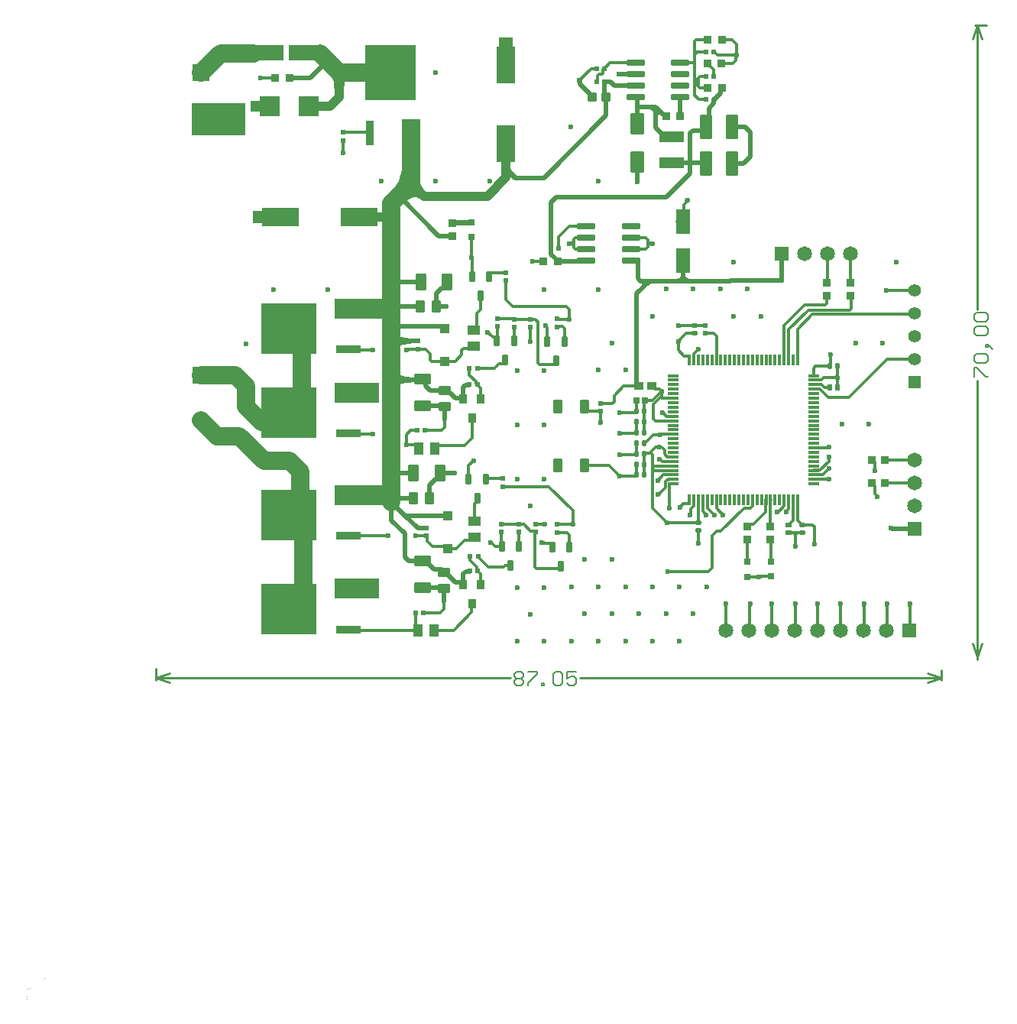
<source format=gtl>
G04*
G04 #@! TF.GenerationSoftware,Altium Limited,Altium Designer,24.2.2 (26)*
G04*
G04 Layer_Physical_Order=1*
G04 Layer_Color=255*
%FSLAX44Y44*%
%MOMM*%
G71*
G04*
G04 #@! TF.SameCoordinates,F3FA609E-1BF8-4CEC-B42F-6BA8E99BA353*
G04*
G04*
G04 #@! TF.FilePolarity,Positive*
G04*
G01*
G75*
%ADD10C,0.6000*%
%ADD13C,0.2540*%
%ADD19R,0.3200X1.2000*%
%ADD20R,1.2000X0.3200*%
%ADD21R,1.0000X1.0000*%
%ADD22R,1.2500X1.5000*%
%ADD23R,2.8300X0.9700*%
%ADD24R,0.9700X2.8300*%
G04:AMPARAMS|DCode=25|XSize=1.55mm|YSize=1mm|CornerRadius=0.125mm|HoleSize=0mm|Usage=FLASHONLY|Rotation=270.000|XOffset=0mm|YOffset=0mm|HoleType=Round|Shape=RoundedRectangle|*
%AMROUNDEDRECTD25*
21,1,1.5500,0.7500,0,0,270.0*
21,1,1.3000,1.0000,0,0,270.0*
1,1,0.2500,-0.3750,-0.6500*
1,1,0.2500,-0.3750,0.6500*
1,1,0.2500,0.3750,0.6500*
1,1,0.2500,0.3750,-0.6500*
%
%ADD25ROUNDEDRECTD25*%
%ADD26R,0.8000X0.8000*%
%ADD27R,0.5600X0.6000*%
%ADD28R,0.6000X0.5600*%
G04:AMPARAMS|DCode=29|XSize=1.97mm|YSize=0.6mm|CornerRadius=0.075mm|HoleSize=0mm|Usage=FLASHONLY|Rotation=180.000|XOffset=0mm|YOffset=0mm|HoleType=Round|Shape=RoundedRectangle|*
%AMROUNDEDRECTD29*
21,1,1.9700,0.4500,0,0,180.0*
21,1,1.8200,0.6000,0,0,180.0*
1,1,0.1500,-0.9100,0.2250*
1,1,0.1500,0.9100,0.2250*
1,1,0.1500,0.9100,-0.2250*
1,1,0.1500,-0.9100,-0.2250*
%
%ADD29ROUNDEDRECTD29*%
%ADD30R,2.7200X1.3000*%
%ADD31R,1.0000X0.9700*%
G04:AMPARAMS|DCode=32|XSize=1.23mm|YSize=0.6mm|CornerRadius=0.15mm|HoleSize=0mm|Usage=FLASHONLY|Rotation=270.000|XOffset=0mm|YOffset=0mm|HoleType=Round|Shape=RoundedRectangle|*
%AMROUNDEDRECTD32*
21,1,1.2300,0.3000,0,0,270.0*
21,1,0.9300,0.6000,0,0,270.0*
1,1,0.3000,-0.1500,-0.4650*
1,1,0.3000,-0.1500,0.4650*
1,1,0.3000,0.1500,0.4650*
1,1,0.3000,0.1500,-0.4650*
%
%ADD32ROUNDEDRECTD32*%
%ADD33R,2.2800X2.2800*%
%ADD34R,0.9500X0.9500*%
%ADD35R,0.9500X0.9500*%
%ADD36R,1.3500X1.0000*%
%ADD37R,1.0000X1.3500*%
%ADD38R,1.6000X2.8000*%
%ADD39R,0.8500X1.0000*%
G04:AMPARAMS|DCode=40|XSize=2.33mm|YSize=1.55mm|CornerRadius=0.1938mm|HoleSize=0mm|Usage=FLASHONLY|Rotation=270.000|XOffset=0mm|YOffset=0mm|HoleType=Round|Shape=RoundedRectangle|*
%AMROUNDEDRECTD40*
21,1,2.3300,1.1625,0,0,270.0*
21,1,1.9425,1.5500,0,0,270.0*
1,1,0.3875,-0.5813,-0.9712*
1,1,0.3875,-0.5813,0.9712*
1,1,0.3875,0.5813,0.9712*
1,1,0.3875,0.5813,-0.9712*
%
%ADD40ROUNDEDRECTD40*%
G04:AMPARAMS|DCode=41|XSize=1.37mm|YSize=2.72mm|CornerRadius=0.1713mm|HoleSize=0mm|Usage=FLASHONLY|Rotation=180.000|XOffset=0mm|YOffset=0mm|HoleType=Round|Shape=RoundedRectangle|*
%AMROUNDEDRECTD41*
21,1,1.3700,2.3775,0,0,180.0*
21,1,1.0275,2.7200,0,0,180.0*
1,1,0.3425,-0.5138,1.1888*
1,1,0.3425,0.5138,1.1888*
1,1,0.3425,0.5138,-1.1888*
1,1,0.3425,-0.5138,-1.1888*
%
%ADD41ROUNDEDRECTD41*%
G04:AMPARAMS|DCode=42|XSize=1.05mm|YSize=1.38mm|CornerRadius=0.1313mm|HoleSize=0mm|Usage=FLASHONLY|Rotation=180.000|XOffset=0mm|YOffset=0mm|HoleType=Round|Shape=RoundedRectangle|*
%AMROUNDEDRECTD42*
21,1,1.0500,1.1175,0,0,180.0*
21,1,0.7875,1.3800,0,0,180.0*
1,1,0.2625,-0.3938,0.5587*
1,1,0.2625,0.3938,0.5587*
1,1,0.2625,0.3938,-0.5587*
1,1,0.2625,-0.3938,-0.5587*
%
%ADD42ROUNDEDRECTD42*%
G04:AMPARAMS|DCode=43|XSize=1.05mm|YSize=1.38mm|CornerRadius=0.1313mm|HoleSize=0mm|Usage=FLASHONLY|Rotation=90.000|XOffset=0mm|YOffset=0mm|HoleType=Round|Shape=RoundedRectangle|*
%AMROUNDEDRECTD43*
21,1,1.0500,1.1175,0,0,90.0*
21,1,0.7875,1.3800,0,0,90.0*
1,1,0.2625,0.5587,0.3938*
1,1,0.2625,0.5587,-0.3938*
1,1,0.2625,-0.5587,-0.3938*
1,1,0.2625,-0.5587,0.3938*
%
%ADD43ROUNDEDRECTD43*%
%ADD44R,2.0000X4.1000*%
%ADD45R,4.1000X2.0000*%
G04:AMPARAMS|DCode=46|XSize=0.54mm|YSize=0.6mm|CornerRadius=0.0675mm|HoleSize=0mm|Usage=FLASHONLY|Rotation=0.000|XOffset=0mm|YOffset=0mm|HoleType=Round|Shape=RoundedRectangle|*
%AMROUNDEDRECTD46*
21,1,0.5400,0.4650,0,0,0.0*
21,1,0.4050,0.6000,0,0,0.0*
1,1,0.1350,0.2025,-0.2325*
1,1,0.1350,-0.2025,-0.2325*
1,1,0.1350,-0.2025,0.2325*
1,1,0.1350,0.2025,0.2325*
%
%ADD46ROUNDEDRECTD46*%
G04:AMPARAMS|DCode=47|XSize=0.54mm|YSize=0.6mm|CornerRadius=0.0675mm|HoleSize=0mm|Usage=FLASHONLY|Rotation=90.000|XOffset=0mm|YOffset=0mm|HoleType=Round|Shape=RoundedRectangle|*
%AMROUNDEDRECTD47*
21,1,0.5400,0.4650,0,0,90.0*
21,1,0.4050,0.6000,0,0,90.0*
1,1,0.1350,0.2325,0.2025*
1,1,0.1350,0.2325,-0.2025*
1,1,0.1350,-0.2325,-0.2025*
1,1,0.1350,-0.2325,0.2025*
%
%ADD47ROUNDEDRECTD47*%
G04:AMPARAMS|DCode=48|XSize=0.94mm|YSize=1.02mm|CornerRadius=0.1175mm|HoleSize=0mm|Usage=FLASHONLY|Rotation=0.000|XOffset=0mm|YOffset=0mm|HoleType=Round|Shape=RoundedRectangle|*
%AMROUNDEDRECTD48*
21,1,0.9400,0.7850,0,0,0.0*
21,1,0.7050,1.0200,0,0,0.0*
1,1,0.2350,0.3525,-0.3925*
1,1,0.2350,-0.3525,-0.3925*
1,1,0.2350,-0.3525,0.3925*
1,1,0.2350,0.3525,0.3925*
%
%ADD48ROUNDEDRECTD48*%
G04:AMPARAMS|DCode=49|XSize=0.87mm|YSize=0.93mm|CornerRadius=0.1088mm|HoleSize=0mm|Usage=FLASHONLY|Rotation=0.000|XOffset=0mm|YOffset=0mm|HoleType=Round|Shape=RoundedRectangle|*
%AMROUNDEDRECTD49*
21,1,0.8700,0.7125,0,0,0.0*
21,1,0.6525,0.9300,0,0,0.0*
1,1,0.2175,0.3263,-0.3563*
1,1,0.2175,-0.3263,-0.3563*
1,1,0.2175,-0.3263,0.3563*
1,1,0.2175,0.3263,0.3563*
%
%ADD49ROUNDEDRECTD49*%
G04:AMPARAMS|DCode=50|XSize=0.64mm|YSize=0.72mm|CornerRadius=0.08mm|HoleSize=0mm|Usage=FLASHONLY|Rotation=0.000|XOffset=0mm|YOffset=0mm|HoleType=Round|Shape=RoundedRectangle|*
%AMROUNDEDRECTD50*
21,1,0.6400,0.5600,0,0,0.0*
21,1,0.4800,0.7200,0,0,0.0*
1,1,0.1600,0.2400,-0.2800*
1,1,0.1600,-0.2400,-0.2800*
1,1,0.1600,-0.2400,0.2800*
1,1,0.1600,0.2400,0.2800*
%
%ADD50ROUNDEDRECTD50*%
G04:AMPARAMS|DCode=51|XSize=0.56mm|YSize=0.63mm|CornerRadius=0.07mm|HoleSize=0mm|Usage=FLASHONLY|Rotation=180.000|XOffset=0mm|YOffset=0mm|HoleType=Round|Shape=RoundedRectangle|*
%AMROUNDEDRECTD51*
21,1,0.5600,0.4900,0,0,180.0*
21,1,0.4200,0.6300,0,0,180.0*
1,1,0.1400,-0.2100,0.2450*
1,1,0.1400,0.2100,0.2450*
1,1,0.1400,0.2100,-0.2450*
1,1,0.1400,-0.2100,-0.2450*
%
%ADD51ROUNDEDRECTD51*%
G04:AMPARAMS|DCode=52|XSize=0.56mm|YSize=0.63mm|CornerRadius=0.07mm|HoleSize=0mm|Usage=FLASHONLY|Rotation=90.000|XOffset=0mm|YOffset=0mm|HoleType=Round|Shape=RoundedRectangle|*
%AMROUNDEDRECTD52*
21,1,0.5600,0.4900,0,0,90.0*
21,1,0.4200,0.6300,0,0,90.0*
1,1,0.1400,0.2450,0.2100*
1,1,0.1400,0.2450,-0.2100*
1,1,0.1400,-0.2450,-0.2100*
1,1,0.1400,-0.2450,0.2100*
%
%ADD52ROUNDEDRECTD52*%
G04:AMPARAMS|DCode=53|XSize=1.2mm|YSize=1.82mm|CornerRadius=0.15mm|HoleSize=0mm|Usage=FLASHONLY|Rotation=180.000|XOffset=0mm|YOffset=0mm|HoleType=Round|Shape=RoundedRectangle|*
%AMROUNDEDRECTD53*
21,1,1.2000,1.5200,0,0,180.0*
21,1,0.9000,1.8200,0,0,180.0*
1,1,0.3000,-0.4500,0.7600*
1,1,0.3000,0.4500,0.7600*
1,1,0.3000,0.4500,-0.7600*
1,1,0.3000,-0.4500,-0.7600*
%
%ADD53ROUNDEDRECTD53*%
G04:AMPARAMS|DCode=54|XSize=1.2mm|YSize=1.82mm|CornerRadius=0.15mm|HoleSize=0mm|Usage=FLASHONLY|Rotation=270.000|XOffset=0mm|YOffset=0mm|HoleType=Round|Shape=RoundedRectangle|*
%AMROUNDEDRECTD54*
21,1,1.2000,1.5200,0,0,270.0*
21,1,0.9000,1.8200,0,0,270.0*
1,1,0.3000,-0.7600,-0.4500*
1,1,0.3000,-0.7600,0.4500*
1,1,0.3000,0.7600,0.4500*
1,1,0.3000,0.7600,-0.4500*
%
%ADD54ROUNDEDRECTD54*%
%ADD103R,6.1000X5.6300*%
%ADD104R,5.6300X6.1000*%
%ADD105C,0.3000*%
%ADD106C,0.5000*%
%ADD107C,2.0000*%
%ADD108C,1.0000*%
%ADD109C,0.1524*%
%ADD110R,4.9750X2.3000*%
%ADD111R,7.0000X2.2000*%
%ADD112R,1.5000X2.6000*%
%ADD113R,2.6000X1.3750*%
%ADD114R,2.6000X1.2500*%
%ADD115R,5.9250X3.5250*%
%ADD116R,3.3750X1.7750*%
%ADD117R,2.0250X5.9858*%
%ADD118C,1.9500*%
%ADD119R,1.9500X1.9500*%
%ADD120C,1.6500*%
%ADD121R,1.6500X1.6500*%
%ADD122R,1.3980X1.3980*%
%ADD123C,1.3980*%
%ADD124R,1.6500X1.6500*%
%ADD125C,0.6000*%
G36*
X1175006Y1103825D02*
X1175054Y1103245D01*
X1175096Y1102987D01*
X1175150Y1102750D01*
X1175216Y1102536D01*
X1175294Y1102342D01*
X1175384Y1102171D01*
X1175486Y1102021D01*
X1175600Y1101892D01*
X1171400D01*
X1171514Y1102021D01*
X1171616Y1102171D01*
X1171706Y1102342D01*
X1171784Y1102536D01*
X1171850Y1102750D01*
X1171904Y1102987D01*
X1171946Y1103245D01*
X1171976Y1103524D01*
X1172000Y1104148D01*
X1175000D01*
X1175006Y1103825D01*
D02*
G37*
G36*
X1128530Y1105482D02*
X1128568Y1104920D01*
X1128593Y1104734D01*
X1128621Y1104613D01*
X1128653Y1104555D01*
X1128689Y1104561D01*
X1130621Y1102250D01*
X1130218Y1101817D01*
X1129858Y1101366D01*
X1129539Y1100898D01*
X1129264Y1100412D01*
X1129030Y1099909D01*
X1128839Y1099388D01*
X1128691Y1098850D01*
X1128585Y1098294D01*
X1128521Y1097720D01*
X1128500Y1097129D01*
X1125500Y1100750D01*
X1128500Y1107371D01*
X1128530Y1105482D01*
D02*
G37*
G36*
X1171358Y1097985D02*
X1175151Y1097245D01*
X1175013Y1097138D01*
X1174890Y1097006D01*
X1174781Y1096851D01*
X1174687Y1096672D01*
X1174607Y1096469D01*
X1174542Y1096242D01*
X1174491Y1095992D01*
X1174455Y1095717D01*
X1174433Y1095419D01*
X1174426Y1095097D01*
X1171426Y1095782D01*
X1171422Y1096109D01*
X1171362Y1096956D01*
X1171327Y1097194D01*
X1171231Y1097603D01*
X1171172Y1097774D01*
X1171153Y1097816D01*
X1171079Y1097866D01*
X1170908Y1097956D01*
X1170714Y1098034D01*
X1170500Y1098100D01*
X1170263Y1098154D01*
X1170005Y1098196D01*
X1169726Y1098226D01*
X1169102Y1098250D01*
Y1101250D01*
X1169425Y1101256D01*
X1170005Y1101304D01*
X1170263Y1101346D01*
X1170500Y1101400D01*
X1170714Y1101466D01*
X1170908Y1101544D01*
X1171079Y1101634D01*
X1171229Y1101736D01*
X1171358Y1101850D01*
Y1097985D01*
D02*
G37*
G36*
X648021Y1076236D02*
X648171Y1076134D01*
X648342Y1076044D01*
X648536Y1075966D01*
X648750Y1075900D01*
X648987Y1075846D01*
X649245Y1075804D01*
X649524Y1075774D01*
X650148Y1075750D01*
Y1072750D01*
X649825Y1072744D01*
X649245Y1072696D01*
X648987Y1072654D01*
X648750Y1072600D01*
X648536Y1072534D01*
X648342Y1072456D01*
X648171Y1072366D01*
X648021Y1072264D01*
X647892Y1072150D01*
Y1076350D01*
X648021Y1076236D01*
D02*
G37*
G36*
X1132750Y1069625D02*
X1129750Y1065125D01*
X1129723Y1065695D01*
X1129640Y1066205D01*
X1129502Y1066655D01*
X1129310Y1067045D01*
X1129125Y1067292D01*
X1128940Y1067045D01*
X1128747Y1066655D01*
X1128610Y1066205D01*
X1128528Y1065695D01*
X1128500Y1065125D01*
X1125500Y1069625D01*
X1128500Y1074125D01*
X1128528Y1073555D01*
X1128610Y1073045D01*
X1128747Y1072595D01*
X1128940Y1072205D01*
X1129125Y1071958D01*
X1129310Y1072205D01*
X1129502Y1072595D01*
X1129640Y1073045D01*
X1129723Y1073555D01*
X1129750Y1074125D01*
X1132750Y1069625D01*
D02*
G37*
G36*
X1005260Y1075389D02*
X1002432Y1072255D01*
X1002352Y1072065D01*
X1002294Y1071880D01*
X1002260Y1071701D01*
X1002250Y1071530D01*
X1002002Y1071778D01*
X1001750Y1071498D01*
X999248Y1074000D01*
X999356Y1074035D01*
X999526Y1074140D01*
X999591Y1074189D01*
X999280Y1074500D01*
X999451Y1074510D01*
X999630Y1074544D01*
X999815Y1074602D01*
X1000006Y1074683D01*
X1000205Y1074788D01*
X1000410Y1074917D01*
X1000576Y1075037D01*
X1003139Y1077510D01*
X1005260Y1075389D01*
D02*
G37*
G36*
X740217Y1072718D02*
X739804Y1071737D01*
X739440Y1070460D01*
X739124Y1068887D01*
X738857Y1067019D01*
X738468Y1062398D01*
X738250Y1053250D01*
X728250D01*
X728226Y1056595D01*
X727376Y1068887D01*
X727060Y1070460D01*
X726696Y1071737D01*
X726283Y1072718D01*
X725822Y1073405D01*
X740678D01*
X740217Y1072718D01*
D02*
G37*
G36*
X1089532Y1032632D02*
X1088899Y1033215D01*
X1088333Y1033632D01*
X1087833Y1033882D01*
X1087400Y1033965D01*
X1087033Y1033881D01*
X1086733Y1033631D01*
X1086500Y1033215D01*
X1086333Y1032631D01*
X1086233Y1031881D01*
X1086200Y1030965D01*
X1081200Y1034500D01*
X1081150Y1035450D01*
X1081000Y1036300D01*
X1080750Y1037050D01*
X1080400Y1037700D01*
X1079950Y1038250D01*
X1079400Y1038700D01*
X1078750Y1039050D01*
X1078000Y1039300D01*
X1077150Y1039450D01*
X1076200Y1039500D01*
X1083700Y1042000D01*
X1089532Y1032632D01*
D02*
G37*
G36*
X739006Y995825D02*
X739054Y995245D01*
X739096Y994987D01*
X739150Y994750D01*
X739216Y994536D01*
X739294Y994342D01*
X739384Y994171D01*
X739486Y994021D01*
X739600Y993892D01*
X735400D01*
X735514Y994021D01*
X735616Y994171D01*
X735706Y994342D01*
X735784Y994536D01*
X735850Y994750D01*
X735904Y994987D01*
X735946Y995245D01*
X735976Y995524D01*
X736000Y996148D01*
X739000D01*
X739006Y995825D01*
D02*
G37*
G36*
X923074Y973692D02*
X923285Y973215D01*
X923633Y972633D01*
X924118Y971945D01*
X925499Y970252D01*
X927426Y968137D01*
X929901Y965600D01*
X926379Y962079D01*
X926448Y961982D01*
X925792Y962623D01*
X924689Y963612D01*
X924241Y963960D01*
X923862Y964211D01*
X923552Y964364D01*
X923310Y964419D01*
X923138Y964377D01*
X923034Y964238D01*
X923000Y964000D01*
X918045Y968938D01*
X917902Y968966D01*
X917959Y969024D01*
X913000Y973965D01*
X918000D01*
X920026Y971091D01*
X922999Y974063D01*
X923074Y973692D01*
D02*
G37*
G36*
X812900Y957150D02*
X816135Y951758D01*
X822817Y958439D01*
X823006Y957465D01*
X823325Y956442D01*
X823775Y955372D01*
X824356Y954253D01*
X825068Y953087D01*
X825910Y951873D01*
X827986Y949300D01*
X829221Y947942D01*
X830585Y946535D01*
X823514Y939464D01*
X823505Y939474D01*
X822055Y940707D01*
X820527Y941583D01*
X818923Y942101D01*
X817243Y942260D01*
X815487Y942059D01*
X813656Y941501D01*
X811748Y940583D01*
X809765Y939307D01*
X807706Y937673D01*
X805571Y935679D01*
X791429Y949821D01*
X793608Y952190D01*
X795558Y954709D01*
X797279Y957377D01*
X798770Y960196D01*
X800032Y963164D01*
X801065Y966282D01*
X801868Y969549D01*
X802441Y972966D01*
X802785Y976533D01*
X802900Y980250D01*
X812900Y957150D01*
D02*
G37*
G36*
X1119545Y936050D02*
X1119402Y936014D01*
X1119249Y935956D01*
X1119086Y935878D01*
X1118913Y935777D01*
X1118729Y935656D01*
X1118332Y935349D01*
X1118119Y935163D01*
X1117661Y934728D01*
X1115055Y936364D01*
X1115277Y936597D01*
X1115641Y937043D01*
X1115783Y937256D01*
X1115897Y937463D01*
X1115984Y937663D01*
X1116044Y937856D01*
X1116077Y938043D01*
X1116083Y938223D01*
X1116061Y938397D01*
X1119545Y936050D01*
D02*
G37*
G36*
X1076780Y894525D02*
X1076870Y894100D01*
X1077020Y893725D01*
X1077230Y893400D01*
X1077500Y893125D01*
X1077725Y892971D01*
X1077802Y893042D01*
Y892919D01*
X1077830Y892900D01*
X1078220Y892725D01*
X1078670Y892600D01*
X1079180Y892525D01*
X1079750Y892500D01*
Y889500D01*
X1079180Y889475D01*
X1078670Y889400D01*
X1078220Y889275D01*
X1077830Y889100D01*
X1077802Y889081D01*
Y888958D01*
X1077725Y889028D01*
X1077500Y888875D01*
X1077230Y888600D01*
X1077020Y888275D01*
X1076870Y887900D01*
X1076780Y887475D01*
X1076750Y887000D01*
X1073750Y891000D01*
X1076750Y895000D01*
X1076780Y894525D01*
D02*
G37*
G36*
X994250Y891000D02*
X991250Y886500D01*
X991220Y887070D01*
X991130Y887580D01*
X990980Y888030D01*
X990770Y888420D01*
X990500Y888750D01*
X990170Y889020D01*
X989780Y889230D01*
X989330Y889380D01*
X988820Y889470D01*
X988250Y889500D01*
Y892500D01*
X988820Y892530D01*
X989330Y892620D01*
X989780Y892770D01*
X990170Y892980D01*
X990500Y893250D01*
X990770Y893580D01*
X990980Y893970D01*
X991130Y894420D01*
X991220Y894930D01*
X991250Y895500D01*
X994250Y891000D01*
D02*
G37*
G36*
X881506Y879575D02*
X881554Y878995D01*
X881596Y878737D01*
X881650Y878500D01*
X881716Y878286D01*
X881794Y878092D01*
X881884Y877921D01*
X881986Y877771D01*
X882100Y877643D01*
X877900Y877642D01*
X878014Y877771D01*
X878116Y877921D01*
X878206Y878092D01*
X878284Y878286D01*
X878350Y878500D01*
X878404Y878737D01*
X878446Y878995D01*
X878476Y879274D01*
X878500Y879898D01*
X881500Y879898D01*
X881506Y879575D01*
D02*
G37*
G36*
X1301243Y877408D02*
X1301197Y877213D01*
X1301157Y876924D01*
X1301092Y876065D01*
X1301025Y872275D01*
X1298025D01*
X1297756Y877508D01*
X1301294D01*
X1301243Y877408D01*
D02*
G37*
G36*
X882081Y873317D02*
X881985Y873165D01*
X881901Y872991D01*
X881828Y872797D01*
X881766Y872581D01*
X881716Y872343D01*
X881676Y872084D01*
X881631Y871502D01*
X881626Y871179D01*
X878626Y871033D01*
X878619Y871356D01*
X878569Y871935D01*
X878524Y872191D01*
X878467Y872426D01*
X878397Y872639D01*
X878315Y872830D01*
X878220Y872999D01*
X878112Y873146D01*
X877992Y873271D01*
X882188Y873447D01*
X882081Y873317D01*
D02*
G37*
G36*
X949647Y873118D02*
X949800Y873025D01*
X949974Y872943D01*
X950169Y872872D01*
X950385Y872812D01*
X950623Y872763D01*
X950883Y872724D01*
X951465Y872681D01*
X951789Y872675D01*
X951992Y869675D01*
X951669Y869669D01*
X951091Y869617D01*
X950835Y869572D01*
X950601Y869513D01*
X950389Y869442D01*
X950199Y869358D01*
X950031Y869261D01*
X949885Y869151D01*
X949761Y869029D01*
X949516Y873221D01*
X949647Y873118D01*
D02*
G37*
G36*
X1301294Y849242D02*
X1297756D01*
X1297807Y849342D01*
X1297853Y849537D01*
X1297893Y849826D01*
X1297958Y850685D01*
X1298025Y854475D01*
X1301025D01*
X1301294Y849242D01*
D02*
G37*
G36*
X1116800Y856050D02*
X1116950Y855200D01*
X1117200Y854450D01*
X1117550Y853800D01*
X1118000Y853250D01*
X1118550Y852800D01*
X1119200Y852450D01*
X1119950Y852200D01*
X1120800Y852050D01*
X1121750Y852000D01*
X1114250Y847000D01*
X1106750Y852000D01*
X1107700Y852050D01*
X1108550Y852200D01*
X1109300Y852450D01*
X1109950Y852800D01*
X1110500Y853250D01*
X1110950Y853800D01*
X1111300Y854450D01*
X1111550Y855200D01*
X1111700Y856050D01*
X1111750Y857000D01*
X1116750D01*
X1116800Y856050D01*
D02*
G37*
G36*
X1082535Y847000D02*
X1081550Y846965D01*
X1080594Y846859D01*
X1079667Y846682D01*
X1078770Y846434D01*
X1077902Y846116D01*
X1077063Y845727D01*
X1076253Y845268D01*
X1075473Y844737D01*
X1074722Y844136D01*
X1074000Y843465D01*
X1066929D01*
X1067563Y844136D01*
X1068050Y844737D01*
X1068391Y845268D01*
X1068586Y845727D01*
X1068634Y846116D01*
X1068536Y846434D01*
X1068291Y846682D01*
X1067900Y846859D01*
X1067363Y846965D01*
X1066679Y847000D01*
X1076500Y852000D01*
X1082535Y847000D01*
D02*
G37*
G36*
X1342054Y840947D02*
X1342203Y840843D01*
X1342374Y840751D01*
X1342566Y840671D01*
X1342780Y840603D01*
X1343016Y840548D01*
X1343274Y840505D01*
X1343553Y840474D01*
X1344176Y840450D01*
X1344118Y837450D01*
X1343796Y837444D01*
X1343214Y837397D01*
X1342956Y837356D01*
X1342719Y837304D01*
X1342504Y837239D01*
X1342310Y837163D01*
X1342137Y837075D01*
X1341987Y836976D01*
X1341857Y836865D01*
X1341927Y841064D01*
X1342054Y840947D01*
D02*
G37*
G36*
X989506Y810825D02*
X989554Y810245D01*
X989596Y809987D01*
X989650Y809750D01*
X989716Y809536D01*
X989794Y809342D01*
X989884Y809171D01*
X989986Y809021D01*
X990100Y808892D01*
X986062D01*
X985658Y804875D01*
X985539Y805003D01*
X985397Y805118D01*
X985232Y805219D01*
X985045Y805307D01*
X984836Y805381D01*
X984604Y805442D01*
X984349Y805489D01*
X984072Y805523D01*
X983773Y805543D01*
X983450Y805550D01*
X983800Y808550D01*
X984124Y808555D01*
X984708Y808595D01*
X984968Y808631D01*
X985207Y808676D01*
X985424Y808731D01*
X985620Y808797D01*
X985794Y808872D01*
X985947Y808958D01*
X985979Y808981D01*
X986014Y809021D01*
X986116Y809171D01*
X986206Y809342D01*
X986284Y809536D01*
X986350Y809750D01*
X986404Y809987D01*
X986446Y810245D01*
X986476Y810524D01*
X986500Y811148D01*
X989500D01*
X989506Y810825D01*
D02*
G37*
G36*
X1111331Y801916D02*
X1111479Y801810D01*
X1111649Y801716D01*
X1111840Y801635D01*
X1112054Y801566D01*
X1112289Y801510D01*
X1112546Y801466D01*
X1112825Y801435D01*
X1113448Y801410D01*
X1113344Y798410D01*
X1113021Y798404D01*
X1112439Y798359D01*
X1112180Y798318D01*
X1111943Y798267D01*
X1111727Y798204D01*
X1111533Y798129D01*
X1111360Y798043D01*
X1111208Y797946D01*
X1111078Y797837D01*
X1111205Y802035D01*
X1111331Y801916D01*
D02*
G37*
G36*
X900486Y792402D02*
X900544Y792249D01*
X900622Y792086D01*
X900723Y791913D01*
X900844Y791729D01*
X901151Y791332D01*
X901337Y791119D01*
X901772Y790661D01*
X900136Y788055D01*
X899903Y788277D01*
X899457Y788642D01*
X899243Y788783D01*
X899037Y788897D01*
X898837Y788984D01*
X898644Y789044D01*
X898457Y789077D01*
X898277Y789083D01*
X898103Y789061D01*
X900450Y792544D01*
X900486Y792402D01*
D02*
G37*
G36*
X946001Y786648D02*
X946007Y786325D01*
X946055Y785744D01*
X946096Y785486D01*
X946151Y785250D01*
X946217Y785035D01*
X946294Y784842D01*
X946385Y784670D01*
X946486Y784520D01*
X946600Y784392D01*
X942400Y784393D01*
X942514Y784521D01*
X942617Y784671D01*
X942707Y784843D01*
X942785Y785036D01*
X942850Y785251D01*
X942905Y785487D01*
X942947Y785745D01*
X942977Y786025D01*
X943001Y786648D01*
X946001Y786648D01*
D02*
G37*
G36*
X1112966Y784845D02*
X1112743Y784612D01*
X1112378Y784166D01*
X1112236Y783952D01*
X1112121Y783746D01*
X1112032Y783545D01*
X1111971Y783352D01*
X1111936Y783165D01*
X1111928Y782984D01*
X1111947Y782810D01*
X1108499Y785208D01*
X1108645Y785243D01*
X1108801Y785299D01*
X1108967Y785376D01*
X1109143Y785475D01*
X1109328Y785596D01*
X1109522Y785738D01*
X1109941Y786086D01*
X1110399Y786520D01*
X1112966Y784845D01*
D02*
G37*
G36*
X1110986Y779979D02*
X1110884Y779829D01*
X1110794Y779658D01*
X1110716Y779464D01*
X1110650Y779250D01*
X1110596Y779013D01*
X1110554Y778755D01*
X1110524Y778476D01*
X1110500Y777852D01*
X1107500D01*
X1107494Y778175D01*
X1107446Y778755D01*
X1107404Y779013D01*
X1107350Y779250D01*
X1107284Y779464D01*
X1107206Y779658D01*
X1107116Y779829D01*
X1107014Y779979D01*
X1106900Y780108D01*
X1111100D01*
X1110986Y779979D01*
D02*
G37*
G36*
X799041Y789154D02*
X800384Y788355D01*
X801973Y787651D01*
X803809Y787040D01*
X805891Y786524D01*
X808220Y786101D01*
X810796Y785773D01*
X816686Y785397D01*
X820001Y785350D01*
Y780350D01*
X816686Y780303D01*
X808220Y779599D01*
X805891Y779176D01*
X803809Y778660D01*
X801973Y778049D01*
X800384Y777345D01*
X799041Y776546D01*
X797944Y775654D01*
Y790046D01*
X799041Y789154D01*
D02*
G37*
G36*
X809827Y775396D02*
X809976Y775328D01*
X810147Y775269D01*
X810341Y775217D01*
X810556Y775173D01*
X811054Y775110D01*
X811336Y775090D01*
X811968Y775074D01*
X812654Y772074D01*
X812331Y772067D01*
X811758Y772009D01*
X811508Y771958D01*
X811281Y771893D01*
X811078Y771813D01*
X810899Y771719D01*
X810744Y771610D01*
X810612Y771487D01*
X810505Y771349D01*
X809701Y775471D01*
X809827Y775396D01*
D02*
G37*
G36*
X767858Y770900D02*
X767729Y771014D01*
X767579Y771116D01*
X767408Y771206D01*
X767214Y771284D01*
X767000Y771350D01*
X766763Y771404D01*
X766505Y771446D01*
X766226Y771476D01*
X765602Y771500D01*
Y774500D01*
X765925Y774506D01*
X766505Y774554D01*
X766763Y774596D01*
X767000Y774650D01*
X767214Y774716D01*
X767408Y774794D01*
X767579Y774884D01*
X767729Y774986D01*
X767858Y775100D01*
Y770900D01*
D02*
G37*
G36*
X1131154Y771002D02*
X1130982Y770995D01*
X1130802Y770964D01*
X1130616Y770909D01*
X1130424Y770830D01*
X1130224Y770727D01*
X1130018Y770600D01*
X1129806Y770449D01*
X1129587Y770273D01*
X1129128Y769850D01*
X1127061Y772025D01*
X1127285Y772257D01*
X1127663Y772701D01*
X1127817Y772913D01*
X1127948Y773117D01*
X1128055Y773315D01*
X1128139Y773505D01*
X1128199Y773689D01*
X1128237Y773866D01*
X1128250Y774035D01*
X1131154Y771002D01*
D02*
G37*
G36*
X1279360Y765146D02*
X1279230Y765027D01*
X1279115Y764886D01*
X1279013Y764722D01*
X1278925Y764536D01*
X1278850Y764326D01*
X1278789Y764095D01*
X1278741Y763840D01*
X1278707Y763564D01*
X1278687Y763264D01*
X1278680Y762942D01*
X1275680Y763315D01*
X1275675Y763640D01*
X1275635Y764224D01*
X1275601Y764484D01*
X1275501Y764940D01*
X1275437Y765135D01*
X1275362Y765310D01*
X1275278Y765462D01*
X1275183Y765594D01*
X1279360Y765146D01*
D02*
G37*
G36*
X1287006Y746575D02*
X1287054Y745995D01*
X1287096Y745737D01*
X1287150Y745500D01*
X1287216Y745286D01*
X1287294Y745092D01*
X1287384Y744921D01*
X1287486Y744771D01*
X1287600Y744642D01*
X1283400D01*
X1283514Y744771D01*
X1283616Y744921D01*
X1283706Y745092D01*
X1283784Y745286D01*
X1283850Y745500D01*
X1283904Y745737D01*
X1283946Y745995D01*
X1283976Y746274D01*
X1284000Y746898D01*
X1287000D01*
X1287006Y746575D01*
D02*
G37*
G36*
X1283358Y740400D02*
X1283229Y740514D01*
X1283079Y740616D01*
X1282908Y740706D01*
X1282714Y740784D01*
X1282500Y740850D01*
X1282263Y740904D01*
X1282005Y740946D01*
X1281726Y740976D01*
X1281102Y741000D01*
Y744000D01*
X1281425Y744006D01*
X1282005Y744054D01*
X1282263Y744096D01*
X1282500Y744150D01*
X1282714Y744216D01*
X1282908Y744294D01*
X1283079Y744384D01*
X1283229Y744486D01*
X1283358Y744600D01*
Y740400D01*
D02*
G37*
G36*
X1287498Y740239D02*
X1287396Y740089D01*
X1287307Y739917D01*
X1287229Y739724D01*
X1287164Y739509D01*
X1287110Y739272D01*
X1287069Y739014D01*
X1287039Y738735D01*
X1287015Y738111D01*
X1284015Y738093D01*
X1284009Y738416D01*
X1283961Y738997D01*
X1283918Y739254D01*
X1283864Y739491D01*
X1283797Y739705D01*
X1283719Y739898D01*
X1283628Y740069D01*
X1283526Y740219D01*
X1283411Y740347D01*
X1287611Y740368D01*
X1287498Y740239D01*
D02*
G37*
G36*
X799117Y746231D02*
X800437Y745453D01*
X802026Y744767D01*
X803884Y744172D01*
X806011Y743669D01*
X808407Y743257D01*
X814007Y742708D01*
X817210Y742571D01*
X820683Y742525D01*
Y737525D01*
X817210Y737479D01*
X808407Y736793D01*
X806011Y736381D01*
X803884Y735878D01*
X802026Y735283D01*
X800437Y734597D01*
X799117Y733819D01*
X798067Y732950D01*
Y747101D01*
X799117Y746231D01*
D02*
G37*
G36*
X1063200Y730917D02*
X1063127Y730980D01*
X1063053Y731037D01*
X1062977Y731087D01*
X1062900Y731130D01*
X1062821Y731167D01*
X1062740Y731197D01*
X1062657Y731220D01*
X1062573Y731237D01*
X1062487Y731247D01*
X1062400Y731250D01*
Y734250D01*
X1062487Y734253D01*
X1062573Y734263D01*
X1062657Y734280D01*
X1062740Y734303D01*
X1062821Y734333D01*
X1062900Y734370D01*
X1062977Y734413D01*
X1063053Y734463D01*
X1063127Y734520D01*
X1063200Y734583D01*
Y730917D01*
D02*
G37*
G36*
X1089863Y725358D02*
X1092850D01*
X1092736Y725229D01*
X1092634Y725079D01*
X1092544Y724908D01*
X1092466Y724714D01*
X1092400Y724500D01*
X1092346Y724263D01*
X1092304Y724005D01*
X1092274Y723726D01*
X1092250Y723102D01*
X1089250D01*
X1089244Y723425D01*
X1089213Y723797D01*
X1089159Y723754D01*
X1088701Y723329D01*
X1086579Y725451D01*
X1086803Y725683D01*
X1087180Y726128D01*
X1087333Y726340D01*
X1087462Y726545D01*
X1087567Y726744D01*
X1087648Y726935D01*
X1087706Y727120D01*
X1087740Y727299D01*
X1087750Y727470D01*
X1089863Y725358D01*
D02*
G37*
G36*
X1046032Y705292D02*
X1046183Y705194D01*
X1046356Y705107D01*
X1046550Y705032D01*
X1046765Y704969D01*
X1047003Y704917D01*
X1047261Y704876D01*
X1047541Y704847D01*
X1048166Y704824D01*
X1048251Y701824D01*
X1047929Y701818D01*
X1047349Y701768D01*
X1047092Y701725D01*
X1046856Y701669D01*
X1046643Y701601D01*
X1046451Y701520D01*
X1046280Y701427D01*
X1046132Y701321D01*
X1046005Y701204D01*
X1045902Y705402D01*
X1046032Y705292D01*
D02*
G37*
G36*
X1094236Y703652D02*
X1094294Y703499D01*
X1094372Y703336D01*
X1094473Y703163D01*
X1094594Y702979D01*
X1094901Y702582D01*
X1095087Y702369D01*
X1095522Y701911D01*
X1093886Y699305D01*
X1093653Y699527D01*
X1093207Y699892D01*
X1092993Y700033D01*
X1092787Y700147D01*
X1092587Y700234D01*
X1092394Y700294D01*
X1092207Y700327D01*
X1092027Y700333D01*
X1091853Y700311D01*
X1094200Y703795D01*
X1094236Y703652D01*
D02*
G37*
G36*
X1024381Y696394D02*
X1024432Y695815D01*
X1024476Y695558D01*
X1024533Y695323D01*
X1024603Y695111D01*
X1024686Y694920D01*
X1024781Y694751D01*
X1024888Y694603D01*
X1025009Y694478D01*
X1020813Y694303D01*
X1020919Y694434D01*
X1021015Y694585D01*
X1021099Y694759D01*
X1021172Y694954D01*
X1021234Y695170D01*
X1021285Y695407D01*
X1021324Y695666D01*
X1021369Y696248D01*
X1021375Y696572D01*
X1024375Y696716D01*
X1024381Y696394D01*
D02*
G37*
G36*
X1046083Y682236D02*
X1046233Y682134D01*
X1046404Y682044D01*
X1046597Y681966D01*
X1046812Y681900D01*
X1047048Y681846D01*
X1047307Y681804D01*
X1047586Y681774D01*
X1048210Y681750D01*
Y678750D01*
X1047887Y678744D01*
X1047307Y678696D01*
X1047048Y678654D01*
X1046812Y678600D01*
X1046597Y678534D01*
X1046404Y678456D01*
X1046233Y678366D01*
X1046083Y678264D01*
X1045954Y678150D01*
Y682350D01*
X1046083Y682236D01*
D02*
G37*
G36*
X1090666Y681349D02*
X1090818Y681255D01*
X1090991Y681172D01*
X1091186Y681100D01*
X1091403Y681039D01*
X1091641Y680989D01*
X1091900Y680950D01*
X1092482Y680906D01*
X1092805Y680900D01*
X1092979Y677900D01*
X1092657Y677894D01*
X1092078Y677842D01*
X1091822Y677798D01*
X1091587Y677740D01*
X1091375Y677670D01*
X1091184Y677586D01*
X1091016Y677490D01*
X1090869Y677381D01*
X1090745Y677260D01*
X1090535Y681454D01*
X1090666Y681349D01*
D02*
G37*
G36*
X1086799Y676779D02*
X1086673Y676854D01*
X1086524Y676922D01*
X1086353Y676981D01*
X1086159Y677033D01*
X1085944Y677077D01*
X1085446Y677140D01*
X1085164Y677160D01*
X1084532Y677176D01*
X1083847Y680176D01*
X1084169Y680183D01*
X1084742Y680241D01*
X1084992Y680292D01*
X1085219Y680357D01*
X1085422Y680437D01*
X1085601Y680531D01*
X1085756Y680640D01*
X1085888Y680763D01*
X1085995Y680901D01*
X1086799Y676779D01*
D02*
G37*
G36*
X1086108Y662900D02*
X1085979Y663014D01*
X1085829Y663116D01*
X1085658Y663206D01*
X1085464Y663284D01*
X1085250Y663350D01*
X1085013Y663404D01*
X1084755Y663446D01*
X1084476Y663476D01*
X1083852Y663500D01*
Y666500D01*
X1084175Y666506D01*
X1084755Y666554D01*
X1085013Y666596D01*
X1085250Y666650D01*
X1085464Y666716D01*
X1085658Y666794D01*
X1085829Y666884D01*
X1085979Y666986D01*
X1086108Y667100D01*
Y662900D01*
D02*
G37*
G36*
X1076500Y658250D02*
Y656750D01*
X1072879Y659750D01*
X1073470Y659771D01*
X1074044Y659835D01*
X1074600Y659941D01*
X1075138Y660089D01*
X1075659Y660280D01*
X1076162Y660514D01*
X1076648Y660789D01*
X1077116Y661108D01*
X1077567Y661468D01*
X1078000Y661871D01*
X1076500Y658250D01*
D02*
G37*
G36*
X1046385Y658578D02*
X1046520Y658457D01*
X1046678Y658350D01*
X1046859Y658257D01*
X1047064Y658178D01*
X1047292Y658114D01*
X1047544Y658064D01*
X1047819Y658029D01*
X1048118Y658007D01*
X1048440Y658000D01*
X1047848Y655000D01*
X1047522Y654996D01*
X1046676Y654932D01*
X1046437Y654893D01*
X1046221Y654846D01*
X1046026Y654790D01*
X1045854Y654726D01*
X1045703Y654654D01*
X1045574Y654572D01*
X1046274Y658714D01*
X1046385Y658578D01*
D02*
G37*
G36*
X881970Y647250D02*
X881799Y647240D01*
X881620Y647206D01*
X881435Y647148D01*
X881244Y647067D01*
X881045Y646962D01*
X880840Y646833D01*
X880628Y646680D01*
X880409Y646504D01*
X879951Y646079D01*
X877829Y648201D01*
X878053Y648433D01*
X878430Y648878D01*
X878583Y649090D01*
X878712Y649295D01*
X878817Y649494D01*
X878898Y649685D01*
X878956Y649870D01*
X878990Y650049D01*
X879000Y650220D01*
X881970Y647250D01*
D02*
G37*
G36*
X1327756Y642825D02*
X1327804Y642245D01*
X1327846Y641987D01*
X1327900Y641750D01*
X1327966Y641536D01*
X1328044Y641342D01*
X1328134Y641171D01*
X1328236Y641021D01*
X1328350Y640892D01*
X1324150D01*
X1324264Y641021D01*
X1324366Y641171D01*
X1324456Y641342D01*
X1324534Y641536D01*
X1324600Y641750D01*
X1324654Y641987D01*
X1324696Y642245D01*
X1324726Y642524D01*
X1324750Y643148D01*
X1327750D01*
X1327756Y642825D01*
D02*
G37*
G36*
X1081530Y643430D02*
X1081620Y642920D01*
X1081770Y642470D01*
X1081980Y642080D01*
X1082250Y641750D01*
X1082580Y641480D01*
X1082970Y641270D01*
X1083420Y641120D01*
X1083930Y641030D01*
X1084500Y641000D01*
Y638000D01*
X1083930Y637970D01*
X1083420Y637880D01*
X1082970Y637730D01*
X1082580Y637520D01*
X1082250Y637250D01*
X1081980Y636920D01*
X1081770Y636530D01*
X1081620Y636080D01*
X1081530Y635570D01*
X1081500Y635000D01*
X1078500Y639500D01*
X1081500Y644000D01*
X1081530Y643430D01*
D02*
G37*
G36*
X1042183Y636947D02*
X1042628Y636570D01*
X1042840Y636417D01*
X1043045Y636288D01*
X1043244Y636183D01*
X1043435Y636102D01*
X1043620Y636044D01*
X1043799Y636010D01*
X1043970Y636000D01*
X1041000Y633030D01*
X1040990Y633201D01*
X1040956Y633380D01*
X1040898Y633565D01*
X1040817Y633756D01*
X1040712Y633955D01*
X1040583Y634160D01*
X1040430Y634372D01*
X1040254Y634591D01*
X1039829Y635049D01*
X1041951Y637171D01*
X1042183Y636947D01*
D02*
G37*
G36*
X1046271Y634986D02*
X1046421Y634884D01*
X1046592Y634794D01*
X1046786Y634716D01*
X1047000Y634650D01*
X1047237Y634596D01*
X1047495Y634554D01*
X1047774Y634524D01*
X1048398Y634500D01*
Y631500D01*
X1048075Y631494D01*
X1047495Y631446D01*
X1047237Y631404D01*
X1047000Y631350D01*
X1046786Y631284D01*
X1046592Y631206D01*
X1046421Y631116D01*
X1046271Y631014D01*
X1046142Y630900D01*
Y635100D01*
X1046271Y634986D01*
D02*
G37*
G36*
X1090671Y630549D02*
X1090447Y630317D01*
X1090070Y629872D01*
X1089917Y629660D01*
X1089788Y629455D01*
X1089683Y629256D01*
X1089602Y629065D01*
X1089544Y628880D01*
X1089510Y628701D01*
X1089500Y628530D01*
X1086530Y631500D01*
X1086701Y631510D01*
X1086880Y631544D01*
X1087065Y631602D01*
X1087256Y631683D01*
X1087455Y631788D01*
X1087660Y631917D01*
X1087872Y632070D01*
X1088091Y632246D01*
X1088549Y632671D01*
X1090671Y630549D01*
D02*
G37*
G36*
X1090770Y614649D02*
X1090542Y614415D01*
X1089988Y613773D01*
X1089846Y613578D01*
X1089725Y613393D01*
X1089626Y613217D01*
X1089549Y613051D01*
X1089493Y612896D01*
X1089458Y612749D01*
X1087060Y616197D01*
X1087234Y616178D01*
X1087414Y616186D01*
X1087602Y616221D01*
X1087795Y616282D01*
X1087996Y616371D01*
X1088202Y616486D01*
X1088416Y616628D01*
X1088635Y616797D01*
X1088862Y616993D01*
X1089095Y617216D01*
X1090770Y614649D01*
D02*
G37*
G36*
X1328404Y614531D02*
X1329568Y613512D01*
X1329617Y613498D01*
X1326678Y611518D01*
X1326692Y611598D01*
X1326680Y611694D01*
X1326644Y611804D01*
X1326583Y611930D01*
X1326496Y612071D01*
X1326385Y612226D01*
X1326249Y612397D01*
X1325901Y612785D01*
X1325689Y613001D01*
X1328161Y614772D01*
X1328404Y614531D01*
D02*
G37*
G36*
X1114670Y600799D02*
X1114447Y600567D01*
X1114070Y600122D01*
X1113917Y599910D01*
X1113788Y599705D01*
X1113683Y599506D01*
X1113602Y599315D01*
X1113544Y599130D01*
X1113510Y598951D01*
X1113500Y598780D01*
X1110530Y601750D01*
X1110701Y601760D01*
X1110880Y601794D01*
X1111065Y601852D01*
X1111256Y601933D01*
X1111455Y602038D01*
X1111660Y602167D01*
X1111872Y602320D01*
X1112091Y602496D01*
X1112549Y602921D01*
X1114670Y600799D01*
D02*
G37*
G36*
X1124074Y594218D02*
X1124078Y593891D01*
X1124138Y593044D01*
X1124173Y592806D01*
X1124269Y592397D01*
X1124328Y592226D01*
X1124396Y592077D01*
X1124471Y591951D01*
X1120349Y592755D01*
X1120487Y592862D01*
X1120610Y592994D01*
X1120719Y593149D01*
X1120813Y593328D01*
X1120893Y593531D01*
X1120958Y593758D01*
X1121009Y594008D01*
X1121045Y594283D01*
X1121067Y594581D01*
X1121074Y594903D01*
X1124074Y594218D01*
D02*
G37*
G36*
X1138395Y594294D02*
X1139036Y593737D01*
X1139229Y593594D01*
X1139586Y593372D01*
X1139749Y593294D01*
X1139902Y593236D01*
X1140045Y593200D01*
X1136561Y590853D01*
X1136583Y591027D01*
X1136577Y591207D01*
X1136544Y591394D01*
X1136484Y591587D01*
X1136397Y591787D01*
X1136283Y591993D01*
X1136142Y592207D01*
X1135973Y592426D01*
X1135777Y592653D01*
X1135555Y592886D01*
X1138161Y594522D01*
X1138395Y594294D01*
D02*
G37*
G36*
X993506Y584075D02*
X993554Y583495D01*
X993596Y583237D01*
X993650Y583000D01*
X993716Y582786D01*
X993794Y582593D01*
X993884Y582421D01*
X993986Y582271D01*
X994100Y582142D01*
X989900D01*
X990014Y582271D01*
X990116Y582421D01*
X990206Y582593D01*
X990284Y582786D01*
X990350Y583000D01*
X990404Y583237D01*
X990446Y583495D01*
X990476Y583774D01*
X990500Y584398D01*
X993500D01*
X993506Y584075D01*
D02*
G37*
G36*
X1094433Y585447D02*
X1094878Y585070D01*
X1095090Y584917D01*
X1095295Y584788D01*
X1095494Y584683D01*
X1095685Y584602D01*
X1095870Y584544D01*
X1096049Y584510D01*
X1096220Y584500D01*
X1093250Y581530D01*
X1093240Y581701D01*
X1093206Y581880D01*
X1093148Y582065D01*
X1093067Y582256D01*
X1092962Y582455D01*
X1092833Y582660D01*
X1092680Y582872D01*
X1092504Y583091D01*
X1092079Y583549D01*
X1094201Y585671D01*
X1094433Y585447D01*
D02*
G37*
G36*
X1098521Y583486D02*
X1098671Y583384D01*
X1098842Y583294D01*
X1099036Y583216D01*
X1099250Y583150D01*
X1099487Y583096D01*
X1099745Y583054D01*
X1100024Y583024D01*
X1100648Y583000D01*
Y580000D01*
X1100325Y579994D01*
X1099745Y579946D01*
X1099487Y579904D01*
X1099250Y579850D01*
X1099036Y579784D01*
X1098842Y579706D01*
X1098671Y579616D01*
X1098521Y579514D01*
X1098392Y579400D01*
Y583600D01*
X1098521Y583486D01*
D02*
G37*
G36*
X990002Y577762D02*
X989871Y577864D01*
X989718Y577956D01*
X989544Y578036D01*
X989349Y578106D01*
X989132Y578166D01*
X988894Y578214D01*
X988635Y578252D01*
X988052Y578295D01*
X987728Y578300D01*
X987496Y581300D01*
X987819Y581306D01*
X988397Y581359D01*
X988652Y581404D01*
X988886Y581463D01*
X989098Y581535D01*
X989287Y581620D01*
X989454Y581718D01*
X989599Y581828D01*
X989722Y581953D01*
X990002Y577762D01*
D02*
G37*
G36*
X958608Y577650D02*
X958479Y577764D01*
X958329Y577866D01*
X958158Y577956D01*
X957964Y578034D01*
X957750Y578100D01*
X957513Y578154D01*
X957255Y578196D01*
X956976Y578226D01*
X956352Y578250D01*
X956352Y581250D01*
X956675Y581256D01*
X957255Y581304D01*
X957513Y581346D01*
X957750Y581400D01*
X957964Y581466D01*
X958158Y581544D01*
X958329Y581634D01*
X958479Y581736D01*
X958608Y581850D01*
X958608Y577650D01*
D02*
G37*
G36*
X1243000Y569165D02*
X1242430Y569135D01*
X1241920Y569045D01*
X1241470Y568895D01*
X1241080Y568685D01*
X1240750Y568415D01*
X1240480Y568085D01*
X1240270Y567695D01*
X1240120Y567245D01*
X1240030Y566735D01*
X1240000Y566165D01*
X1237000D01*
X1236970Y566735D01*
X1236880Y567245D01*
X1236730Y567695D01*
X1236520Y568085D01*
X1236250Y568415D01*
X1235920Y568685D01*
X1235530Y568895D01*
X1235080Y569045D01*
X1234570Y569135D01*
X1234000Y569165D01*
X1238500Y572165D01*
X1243000Y569165D01*
D02*
G37*
G36*
X1132506Y562825D02*
X1132554Y562245D01*
X1132596Y561987D01*
X1132650Y561750D01*
X1132716Y561536D01*
X1132794Y561342D01*
X1132884Y561171D01*
X1132986Y561021D01*
X1133100Y560892D01*
X1128900Y560892D01*
X1129014Y561021D01*
X1129116Y561171D01*
X1129206Y561342D01*
X1129284Y561536D01*
X1129350Y561750D01*
X1129404Y561987D01*
X1129446Y562245D01*
X1129476Y562524D01*
X1129500Y563148D01*
X1132500Y563148D01*
X1132506Y562825D01*
D02*
G37*
G36*
X1261006Y561575D02*
X1261054Y560995D01*
X1261096Y560737D01*
X1261150Y560500D01*
X1261216Y560286D01*
X1261294Y560093D01*
X1261384Y559921D01*
X1261486Y559771D01*
X1261600Y559642D01*
X1257400D01*
X1257514Y559771D01*
X1257616Y559921D01*
X1257706Y560093D01*
X1257784Y560286D01*
X1257850Y560500D01*
X1257904Y560737D01*
X1257946Y560995D01*
X1257976Y561274D01*
X1258000Y561898D01*
X1261000D01*
X1261006Y561575D01*
D02*
G37*
G36*
X1240000Y559648D02*
X1240006Y559325D01*
X1240054Y558745D01*
X1240096Y558487D01*
X1240150Y558250D01*
X1240216Y558036D01*
X1240294Y557842D01*
X1240384Y557671D01*
X1240486Y557521D01*
X1240600Y557392D01*
X1236400Y557393D01*
X1236514Y557521D01*
X1236616Y557671D01*
X1236706Y557842D01*
X1236784Y558036D01*
X1236850Y558250D01*
X1236904Y558487D01*
X1236946Y558745D01*
X1236976Y559024D01*
X1237000Y559648D01*
X1240000Y559648D01*
D02*
G37*
G36*
X960362Y561013D02*
X960494Y560890D01*
X960649Y560781D01*
X960828Y560687D01*
X961031Y560607D01*
X961258Y560542D01*
X961508Y560491D01*
X961783Y560455D01*
X962081Y560433D01*
X962403Y560426D01*
X961718Y557426D01*
X961391Y557422D01*
X960544Y557362D01*
X960306Y557327D01*
X959897Y557231D01*
X959726Y557172D01*
X959577Y557104D01*
X959451Y557029D01*
X960255Y561151D01*
X960362Y561013D01*
D02*
G37*
G36*
X903486Y560152D02*
X903544Y559999D01*
X903623Y559836D01*
X903723Y559663D01*
X903844Y559479D01*
X904151Y559082D01*
X904337Y558869D01*
X904772Y558411D01*
X903136Y555805D01*
X902903Y556027D01*
X902457Y556391D01*
X902243Y556533D01*
X902037Y556647D01*
X901837Y556734D01*
X901644Y556794D01*
X901457Y556827D01*
X901277Y556833D01*
X901103Y556811D01*
X903450Y560295D01*
X903486Y560152D01*
D02*
G37*
G36*
X1099521Y529236D02*
X1099671Y529134D01*
X1099843Y529044D01*
X1100036Y528966D01*
X1100250Y528900D01*
X1100487Y528846D01*
X1100745Y528804D01*
X1101024Y528774D01*
X1101648Y528750D01*
Y525750D01*
X1101325Y525744D01*
X1100745Y525696D01*
X1100487Y525654D01*
X1100250Y525600D01*
X1100036Y525534D01*
X1099843Y525456D01*
X1099671Y525366D01*
X1099521Y525264D01*
X1099392Y525150D01*
Y529350D01*
X1099521Y529236D01*
D02*
G37*
G36*
X1200184Y523831D02*
X1200336Y523735D01*
X1200509Y523651D01*
X1200704Y523577D01*
X1200920Y523516D01*
X1201157Y523465D01*
X1201416Y523426D01*
X1201999Y523381D01*
X1202322Y523375D01*
X1202466Y520375D01*
X1202144Y520369D01*
X1201565Y520318D01*
X1201308Y520274D01*
X1201073Y520216D01*
X1200861Y520147D01*
X1200670Y520064D01*
X1200500Y519969D01*
X1200353Y519861D01*
X1200228Y519741D01*
X1200053Y523937D01*
X1200184Y523831D01*
D02*
G37*
G36*
X1195858Y519650D02*
X1195729Y519764D01*
X1195579Y519866D01*
X1195407Y519956D01*
X1195214Y520034D01*
X1195000Y520100D01*
X1194763Y520154D01*
X1194505Y520196D01*
X1194226Y520226D01*
X1193602Y520250D01*
Y523250D01*
X1193925Y523256D01*
X1194505Y523304D01*
X1194763Y523346D01*
X1195000Y523400D01*
X1195214Y523466D01*
X1195407Y523544D01*
X1195579Y523634D01*
X1195729Y523736D01*
X1195858Y523850D01*
Y519650D01*
D02*
G37*
G36*
X1367236Y489229D02*
X1367134Y489079D01*
X1367044Y488908D01*
X1366966Y488714D01*
X1366900Y488500D01*
X1366846Y488263D01*
X1366804Y488005D01*
X1366774Y487726D01*
X1366750Y487102D01*
X1363750D01*
X1363744Y487425D01*
X1363696Y488005D01*
X1363654Y488263D01*
X1363600Y488500D01*
X1363534Y488714D01*
X1363456Y488908D01*
X1363366Y489079D01*
X1363264Y489229D01*
X1363150Y489358D01*
X1367350D01*
X1367236Y489229D01*
D02*
G37*
G36*
X1290765Y489255D02*
X1290665Y489104D01*
X1290576Y488932D01*
X1290500Y488738D01*
X1290435Y488523D01*
X1290382Y488286D01*
X1290341Y488028D01*
X1290311Y487748D01*
X1290287Y487124D01*
X1287287Y487081D01*
X1287281Y487403D01*
X1287233Y487984D01*
X1287190Y488241D01*
X1287135Y488477D01*
X1287068Y488691D01*
X1286988Y488884D01*
X1286897Y489055D01*
X1286793Y489204D01*
X1286677Y489332D01*
X1290877Y489384D01*
X1290765Y489255D01*
D02*
G37*
G36*
X1214534Y489272D02*
X1214435Y489121D01*
X1214348Y488949D01*
X1214272Y488754D01*
X1214208Y488539D01*
X1214156Y488302D01*
X1214115Y488043D01*
X1214086Y487763D01*
X1214062Y487139D01*
X1211062Y487067D01*
X1211056Y487389D01*
X1211007Y487969D01*
X1210964Y488227D01*
X1210908Y488462D01*
X1210840Y488676D01*
X1210760Y488868D01*
X1210667Y489039D01*
X1210562Y489187D01*
X1210445Y489314D01*
X1214644Y489402D01*
X1214534Y489272D01*
D02*
G37*
G36*
X1316500Y489264D02*
X1316378Y489139D01*
X1316270Y488992D01*
X1316175Y488823D01*
X1316092Y488632D01*
X1316022Y488420D01*
X1315964Y488185D01*
X1315920Y487929D01*
X1315888Y487650D01*
X1315862Y487027D01*
X1312863Y487186D01*
X1312857Y487510D01*
X1312812Y488092D01*
X1312773Y488351D01*
X1312723Y488589D01*
X1312661Y488805D01*
X1312589Y489000D01*
X1312505Y489173D01*
X1312410Y489325D01*
X1312304Y489456D01*
X1316500Y489264D01*
D02*
G37*
G36*
X1163608Y489343D02*
X1163515Y489191D01*
X1163432Y489017D01*
X1163361Y488822D01*
X1163300Y488606D01*
X1163251Y488368D01*
X1163212Y488109D01*
X1163168Y487526D01*
X1163163Y487203D01*
X1160163Y487015D01*
X1160156Y487337D01*
X1160105Y487916D01*
X1160060Y488172D01*
X1160002Y488406D01*
X1159931Y488618D01*
X1159847Y488809D01*
X1159751Y488977D01*
X1159641Y489123D01*
X1159519Y489247D01*
X1163713Y489474D01*
X1163608Y489343D01*
D02*
G37*
G36*
X1341962Y489230D02*
X1341839Y489107D01*
X1341728Y488962D01*
X1341631Y488794D01*
X1341546Y488605D01*
X1341475Y488393D01*
X1341416Y488159D01*
X1341371Y487903D01*
X1341339Y487625D01*
X1341313Y487002D01*
X1338313Y487220D01*
X1338307Y487543D01*
X1338264Y488126D01*
X1338226Y488385D01*
X1338177Y488623D01*
X1338117Y488840D01*
X1338047Y489035D01*
X1337965Y489209D01*
X1337873Y489362D01*
X1337770Y489493D01*
X1341962Y489230D01*
D02*
G37*
G36*
X1265145Y489380D02*
X1265054Y489228D01*
X1264974Y489054D01*
X1264905Y488858D01*
X1264846Y488641D01*
X1264798Y488403D01*
X1264761Y488144D01*
X1264718Y487560D01*
X1264713Y487237D01*
X1261712Y486990D01*
X1261706Y487313D01*
X1261654Y487891D01*
X1261608Y488146D01*
X1261549Y488380D01*
X1261477Y488591D01*
X1261391Y488780D01*
X1261293Y488947D01*
X1261182Y489092D01*
X1261057Y489214D01*
X1265247Y489512D01*
X1265145Y489380D01*
D02*
G37*
G36*
X1240576Y489119D02*
X1240445Y489003D01*
X1240328Y488863D01*
X1240225Y488700D01*
X1240135Y488515D01*
X1240060Y488307D01*
X1239998Y488076D01*
X1239949Y487822D01*
X1239915Y487546D01*
X1239894Y487246D01*
X1239887Y486924D01*
X1236888Y487348D01*
X1236883Y487673D01*
X1236811Y488518D01*
X1236767Y488756D01*
X1236714Y488974D01*
X1236652Y489169D01*
X1236580Y489343D01*
X1236498Y489496D01*
X1236406Y489627D01*
X1240576Y489119D01*
D02*
G37*
G36*
X1190151Y488995D02*
X1190014Y488888D01*
X1189890Y488756D01*
X1189781Y488601D01*
X1189687Y488422D01*
X1189607Y488219D01*
X1189542Y487992D01*
X1189491Y487742D01*
X1189455Y487467D01*
X1189433Y487169D01*
X1189426Y486847D01*
X1186426Y487532D01*
X1186422Y487859D01*
X1186362Y488706D01*
X1186327Y488944D01*
X1186231Y489353D01*
X1186172Y489524D01*
X1186104Y489673D01*
X1186029Y489799D01*
X1190151Y488995D01*
D02*
G37*
G36*
X409250Y81393D02*
X409009D01*
Y81514D01*
Y81635D01*
X409130D01*
Y81755D01*
X409250D01*
Y81393D01*
D02*
G37*
G36*
X407320Y79343D02*
X407079D01*
Y79463D01*
X407320D01*
Y79343D01*
D02*
G37*
G36*
X404666Y78257D02*
X404546D01*
Y78378D01*
X404666D01*
Y78257D01*
D02*
G37*
G36*
X404305Y77654D02*
X403943D01*
Y77775D01*
X404305D01*
Y77654D01*
D02*
G37*
G36*
X406838Y77051D02*
X406958D01*
Y76930D01*
X407079D01*
Y76689D01*
X406958D01*
Y76327D01*
X406717D01*
Y76448D01*
Y76810D01*
X406596D01*
Y77172D01*
X406838D01*
Y77051D01*
D02*
G37*
G36*
X405752Y75603D02*
X405873D01*
Y75362D01*
X405631D01*
Y75724D01*
X405752D01*
Y75603D01*
D02*
G37*
G36*
X391156Y69210D02*
X391036D01*
Y68969D01*
X390794D01*
Y69090D01*
X390915D01*
Y69331D01*
X391156D01*
Y69210D01*
D02*
G37*
G36*
X390674Y68728D02*
X390553D01*
Y68848D01*
X390674D01*
Y68728D01*
D02*
G37*
G36*
X392121Y68125D02*
X392001D01*
Y68004D01*
X391759D01*
Y68125D01*
X391639D01*
Y68366D01*
X391518D01*
Y68486D01*
X392121D01*
Y68125D01*
D02*
G37*
G36*
X393931Y68004D02*
Y67883D01*
X393810D01*
Y68125D01*
X393931D01*
Y68004D01*
D02*
G37*
G36*
X392725Y66918D02*
X392363D01*
Y67039D01*
X392725D01*
Y66918D01*
D02*
G37*
G36*
X392121D02*
X391880D01*
Y67039D01*
X391759D01*
Y67160D01*
X391880D01*
Y67401D01*
X392121D01*
Y66918D01*
D02*
G37*
G36*
X393690Y65471D02*
X393569D01*
Y65592D01*
X393690D01*
Y65471D01*
D02*
G37*
G36*
X390674D02*
X390553D01*
Y65592D01*
Y65712D01*
X390674D01*
Y65471D01*
D02*
G37*
G36*
X388141Y64626D02*
X388020D01*
Y64506D01*
X387900D01*
Y64385D01*
X387658D01*
Y64506D01*
X387779D01*
Y64747D01*
X388020D01*
Y64988D01*
X388141D01*
Y64626D01*
D02*
G37*
G36*
X384643Y60284D02*
X384281D01*
Y60405D01*
X384039D01*
Y60646D01*
X384643D01*
Y60284D01*
D02*
G37*
G36*
X387900Y56183D02*
X387779D01*
Y56062D01*
X387658D01*
Y56183D01*
X387417D01*
Y56062D01*
X387296D01*
Y56183D01*
X387176D01*
Y56303D01*
X387900D01*
Y56183D01*
D02*
G37*
G36*
X387658Y54011D02*
X387779D01*
Y53167D01*
X387658D01*
Y53408D01*
X387538D01*
Y53288D01*
X387055D01*
Y53408D01*
Y53529D01*
Y53650D01*
X386935D01*
Y54011D01*
X387055D01*
Y54132D01*
X387658D01*
Y54011D01*
D02*
G37*
D10*
X858000Y913750D02*
X858375Y914125D01*
X879625D01*
X880000Y914500D01*
D13*
X530000Y407460D02*
Y420000D01*
X1400500Y407460D02*
Y418000D01*
X530000Y410000D02*
X922843D01*
X999529D02*
X1400500D01*
X530000D02*
X545240Y404920D01*
X530000Y410000D02*
X545240Y415080D01*
X1385260D02*
X1400500Y410000D01*
X1385260Y404920D02*
X1400500Y410000D01*
X1440000Y1132540D02*
X1445080Y1117300D01*
X1434920D02*
X1440000Y1132540D01*
X1434920Y447780D02*
X1440000Y432540D01*
X1445080Y447780D01*
X1440000Y818089D02*
Y1132540D01*
Y432540D02*
Y738864D01*
X1437460Y1132540D02*
X1450000D01*
X1440000Y430000D02*
Y435080D01*
D19*
X1121000Y762000D02*
D03*
X1126000D02*
D03*
X1131000D02*
D03*
X1136000D02*
D03*
X1141000D02*
D03*
X1146000D02*
D03*
X1151000D02*
D03*
X1156000D02*
D03*
X1161000D02*
D03*
X1166000D02*
D03*
X1171000D02*
D03*
X1176000D02*
D03*
X1181000D02*
D03*
X1186000D02*
D03*
X1191000D02*
D03*
X1196000D02*
D03*
X1201000D02*
D03*
X1206000D02*
D03*
X1211000D02*
D03*
X1216000D02*
D03*
X1221000D02*
D03*
X1226000D02*
D03*
X1231000D02*
D03*
X1236000D02*
D03*
X1241000D02*
D03*
Y607000D02*
D03*
X1236000D02*
D03*
X1231000D02*
D03*
X1226000D02*
D03*
X1221000D02*
D03*
X1216000D02*
D03*
X1211000D02*
D03*
X1206000D02*
D03*
X1201000D02*
D03*
X1196000D02*
D03*
X1191000D02*
D03*
X1186000D02*
D03*
X1181000D02*
D03*
X1176000D02*
D03*
X1171000D02*
D03*
X1166000D02*
D03*
X1161000D02*
D03*
X1156000D02*
D03*
X1151000D02*
D03*
X1146000D02*
D03*
X1141000D02*
D03*
X1136000D02*
D03*
X1131000D02*
D03*
X1126000D02*
D03*
X1121000D02*
D03*
D20*
X1258500Y744500D02*
D03*
Y739500D02*
D03*
Y734500D02*
D03*
Y729500D02*
D03*
Y724500D02*
D03*
Y719500D02*
D03*
Y714500D02*
D03*
Y709500D02*
D03*
Y704500D02*
D03*
Y699500D02*
D03*
Y694500D02*
D03*
Y689500D02*
D03*
Y684500D02*
D03*
Y679500D02*
D03*
Y674500D02*
D03*
Y669500D02*
D03*
Y664500D02*
D03*
Y659500D02*
D03*
Y654500D02*
D03*
Y649500D02*
D03*
Y644500D02*
D03*
Y639500D02*
D03*
Y634500D02*
D03*
Y629500D02*
D03*
Y624500D02*
D03*
X1103500D02*
D03*
Y629500D02*
D03*
Y634500D02*
D03*
Y639500D02*
D03*
Y644500D02*
D03*
Y649500D02*
D03*
Y654500D02*
D03*
Y659500D02*
D03*
Y664500D02*
D03*
Y669500D02*
D03*
Y674500D02*
D03*
Y679500D02*
D03*
Y684500D02*
D03*
Y689500D02*
D03*
Y694500D02*
D03*
Y699500D02*
D03*
Y704500D02*
D03*
Y709500D02*
D03*
Y714500D02*
D03*
Y719500D02*
D03*
Y724500D02*
D03*
Y729500D02*
D03*
Y734500D02*
D03*
Y739500D02*
D03*
Y744500D02*
D03*
D21*
X849751Y797000D02*
D03*
Y760500D02*
D03*
X853250Y553000D02*
D03*
Y589500D02*
D03*
D22*
X684500Y1102000D02*
D03*
X664000D02*
D03*
D23*
X743400Y773850D02*
D03*
Y819650D02*
D03*
Y566850D02*
D03*
Y612650D02*
D03*
Y463350D02*
D03*
Y509150D02*
D03*
Y680350D02*
D03*
Y726150D02*
D03*
D24*
X767100Y1013600D02*
D03*
X812900D02*
D03*
D25*
X1005250Y644972D02*
D03*
X975278Y710250D02*
D03*
X1005250D02*
D03*
X975278Y645226D02*
D03*
D26*
X880000Y898000D02*
D03*
Y914500D02*
D03*
X1185000Y521750D02*
D03*
Y538250D02*
D03*
X1211250Y522000D02*
D03*
Y538500D02*
D03*
D27*
X1148450Y1050500D02*
D03*
X1139750D02*
D03*
X1026750Y1084750D02*
D03*
X1018050D02*
D03*
X1139650Y1076250D02*
D03*
X1148350D02*
D03*
X1139650Y1103500D02*
D03*
X1148350D02*
D03*
X976200Y885350D02*
D03*
X967500D02*
D03*
X877401Y734500D02*
D03*
X886101D02*
D03*
X878051Y528000D02*
D03*
X886751D02*
D03*
X877401Y752750D02*
D03*
X886101D02*
D03*
X886850Y544000D02*
D03*
X878150D02*
D03*
X827851Y684000D02*
D03*
X819151D02*
D03*
X817646Y481750D02*
D03*
X826346D02*
D03*
X1026850Y1070250D02*
D03*
X1018150D02*
D03*
D28*
X1138750Y799850D02*
D03*
Y791150D02*
D03*
X1022750Y713750D02*
D03*
Y705050D02*
D03*
X820001Y782850D02*
D03*
Y774150D02*
D03*
X829751Y575850D02*
D03*
Y567150D02*
D03*
X917501Y858350D02*
D03*
Y849650D02*
D03*
X914501Y621650D02*
D03*
Y630350D02*
D03*
X927251Y798150D02*
D03*
Y806850D02*
D03*
X944501Y798400D02*
D03*
Y807100D02*
D03*
X951085Y571050D02*
D03*
Y579750D02*
D03*
X931668Y579850D02*
D03*
Y571150D02*
D03*
X908251Y798900D02*
D03*
Y807600D02*
D03*
X912251Y579850D02*
D03*
Y571150D02*
D03*
X974500Y570900D02*
D03*
Y579600D02*
D03*
Y798650D02*
D03*
Y807350D02*
D03*
X737500Y1013850D02*
D03*
Y1005150D02*
D03*
D29*
X1007000Y871950D02*
D03*
Y884650D02*
D03*
Y897350D02*
D03*
Y910050D02*
D03*
X1056500D02*
D03*
Y897350D02*
D03*
Y884650D02*
D03*
Y871950D02*
D03*
X1110950Y1053200D02*
D03*
Y1065900D02*
D03*
Y1078600D02*
D03*
Y1091300D02*
D03*
X1061550D02*
D03*
Y1078600D02*
D03*
Y1065900D02*
D03*
Y1053200D02*
D03*
D30*
X1101250Y1008850D02*
D03*
Y980650D02*
D03*
D31*
X1064900Y732750D02*
D03*
X1079600D02*
D03*
D32*
X889751Y832900D02*
D03*
X880251Y854100D02*
D03*
X899251D02*
D03*
X886001Y608400D02*
D03*
X876501Y629600D02*
D03*
X895501D02*
D03*
X922751Y534150D02*
D03*
X913251Y555350D02*
D03*
X932251D02*
D03*
X917251Y761550D02*
D03*
X907751Y782750D02*
D03*
X926751D02*
D03*
X978751Y533650D02*
D03*
X969251Y554850D02*
D03*
X988251D02*
D03*
X973251Y760900D02*
D03*
X963751Y782100D02*
D03*
X982751D02*
D03*
D33*
X655850Y1043000D02*
D03*
X699090D02*
D03*
D34*
X858000Y899250D02*
D03*
Y913750D02*
D03*
X1211000Y577250D02*
D03*
Y562750D02*
D03*
X1185000Y577250D02*
D03*
Y562750D02*
D03*
X1273500Y832750D02*
D03*
Y847250D02*
D03*
X1299750Y832750D02*
D03*
Y847250D02*
D03*
D35*
X1323500Y625250D02*
D03*
X1338000D02*
D03*
X1323500Y651000D02*
D03*
X1338000D02*
D03*
D36*
X881750Y776750D02*
D03*
Y794496D02*
D03*
X883250Y583000D02*
D03*
Y565254D02*
D03*
D37*
X821501Y663500D02*
D03*
X839247D02*
D03*
X837746Y462500D02*
D03*
X820000D02*
D03*
D38*
X1114250Y915250D02*
D03*
Y872250D02*
D03*
D39*
X870401Y513000D02*
D03*
X890001D02*
D03*
X880201Y492000D02*
D03*
X870401Y718750D02*
D03*
X890001D02*
D03*
X880201Y697750D02*
D03*
D40*
X1063500Y1023600D02*
D03*
Y980900D02*
D03*
D41*
X1167960Y1019750D02*
D03*
X1139540D02*
D03*
X1167960Y979750D02*
D03*
X1139540D02*
D03*
D42*
X840381Y820750D02*
D03*
X822621D02*
D03*
X832630Y608250D02*
D03*
X814870D02*
D03*
D43*
X849001Y509120D02*
D03*
Y526880D02*
D03*
X850001Y727880D02*
D03*
Y710120D02*
D03*
D44*
X918000Y1001500D02*
D03*
Y1088500D02*
D03*
D45*
X754750Y920000D02*
D03*
X667750D02*
D03*
D46*
X1062680Y646214D02*
D03*
X1071320D02*
D03*
X1062680Y657929D02*
D03*
X1071320D02*
D03*
X1062430Y704786D02*
D03*
X1071070D02*
D03*
X1062680Y693072D02*
D03*
X1071320D02*
D03*
X1285500Y755000D02*
D03*
X1276860D02*
D03*
X1062680Y669643D02*
D03*
X1071320D02*
D03*
X1071070Y634500D02*
D03*
X1062430D02*
D03*
X1071320Y681357D02*
D03*
X1062680D02*
D03*
D47*
X1131000Y572860D02*
D03*
Y581500D02*
D03*
X1246000Y570680D02*
D03*
Y579320D02*
D03*
X1126500Y799820D02*
D03*
Y791180D02*
D03*
D48*
X1029000Y1053250D02*
D03*
X1013200D02*
D03*
D49*
X1141550Y1063250D02*
D03*
X1157150D02*
D03*
X1141400Y1116500D02*
D03*
X1157000D02*
D03*
X1111050Y1032250D02*
D03*
X1095450D02*
D03*
X662200Y1074250D02*
D03*
X677800D02*
D03*
X1156800Y1090500D02*
D03*
X1141200D02*
D03*
X959450Y871350D02*
D03*
X975050D02*
D03*
D50*
X1071640Y717000D02*
D03*
X1062860D02*
D03*
D51*
X1285530Y731250D02*
D03*
X1276830D02*
D03*
D52*
X1231000Y570650D02*
D03*
Y579350D02*
D03*
D53*
X852601Y848250D02*
D03*
X823401D02*
D03*
X844600Y636251D02*
D03*
X815400D02*
D03*
D54*
X825751Y740600D02*
D03*
Y711400D02*
D03*
X825751Y509900D02*
D03*
Y539100D02*
D03*
D103*
X676900Y796750D02*
D03*
Y589750D02*
D03*
Y486250D02*
D03*
Y703250D02*
D03*
D104*
X790000Y1080100D02*
D03*
D105*
X1151100Y597400D02*
X1158250Y590250D01*
X1182000Y598000D02*
X1188842D01*
X1151100Y597400D02*
Y606900D01*
X1151500Y572000D02*
X1156000D01*
X1188842Y598000D02*
X1190900Y600057D01*
X1146500Y567000D02*
X1151500Y572000D01*
X1156000D02*
X1182000Y598000D01*
X1225900Y606900D02*
X1226000Y607000D01*
X1225900Y600057D02*
Y606900D01*
X1219667Y593824D02*
X1225900Y600057D01*
X1218574Y593824D02*
X1219667D01*
X1218000Y593250D02*
X1218574Y593824D01*
X1192307Y579807D02*
X1205900Y593400D01*
X1187557Y579807D02*
X1192307D01*
X1185000Y577250D02*
X1187557Y579807D01*
X1205900Y606900D02*
X1206000Y607000D01*
X1205900Y593400D02*
Y606900D01*
X1141100Y597900D02*
X1148750Y590250D01*
X1146500Y531500D02*
Y567000D01*
X1190900Y600057D02*
Y606900D01*
X1211000Y577250D02*
X1211000Y577250D01*
Y607000D01*
X1211100Y606900D01*
X1238388Y462363D02*
Y491138D01*
X1212500Y491500D02*
X1212562Y491437D01*
Y462062D02*
Y491437D01*
Y462062D02*
X1212625Y462000D01*
X1275750Y629500D02*
X1276000Y629750D01*
X1258500Y629500D02*
X1275750D01*
X1258500Y664500D02*
X1275500D01*
X1275900Y664900D01*
X1265443Y639600D02*
X1275426Y649583D01*
Y653926D01*
X1258600Y639600D02*
X1265443D01*
X1258500Y639500D02*
X1258600Y639600D01*
X1269350Y634600D02*
X1276000Y641250D01*
X1275426Y653926D02*
X1276000Y654500D01*
X1258600Y634600D02*
X1269350D01*
X1258500Y634500D02*
X1258600Y634600D01*
X1228000Y593250D02*
Y594062D01*
X1230900Y596962D02*
Y606900D01*
X1228000Y594062D02*
X1230900Y596962D01*
Y606900D02*
X1231000Y607000D01*
X1151000D02*
X1151100Y606900D01*
X1141100Y597900D02*
Y606900D01*
X1141000Y607000D02*
X1141100Y606900D01*
X1099000Y624400D02*
X1099100Y624500D01*
X1099000Y598000D02*
Y624400D01*
X1098750Y597750D02*
X1099000Y598000D01*
X1099100Y624500D02*
X1103500D01*
X1086500Y628500D02*
X1092500Y634500D01*
X1094500Y620500D02*
Y627343D01*
X1092500Y634500D02*
X1103500D01*
X1097621Y629100D02*
X1097921Y629400D01*
X1103400D01*
X1096257Y629100D02*
X1097621D01*
X1094500Y627343D02*
X1096257Y629100D01*
X1087855Y613281D02*
X1087886Y613250D01*
X1087855Y613855D02*
X1094500Y620500D01*
X1087855Y613281D02*
Y613855D01*
X1271743Y823000D02*
X1273500Y824757D01*
X1248750Y823000D02*
X1271743D01*
X1273500Y824757D02*
Y832750D01*
X1226000Y800250D02*
X1248750Y823000D01*
X1252750Y817250D02*
X1298493D01*
X1231000Y795500D02*
X1252750Y817250D01*
X1257500Y812500D02*
X1369250D01*
X1241000Y796000D02*
X1257500Y812500D01*
X1300250Y819007D02*
Y832250D01*
X1298493Y817250D02*
X1300250Y819007D01*
X1299750Y832750D02*
X1300250Y832250D01*
X1273500Y847250D02*
X1273900Y847650D01*
Y879500D01*
X1299525Y847475D02*
Y879275D01*
X1048000Y732750D02*
X1062400D01*
X1064900D01*
X974500Y579800D02*
X991800D01*
X953000Y758509D02*
Y803960D01*
X944501Y807100D02*
X944884Y806717D01*
X950244D01*
X953000Y803960D01*
X944376Y806975D02*
X944501Y807100D01*
X963751Y782100D02*
Y797749D01*
X961500Y800000D02*
X963751Y797749D01*
X987700Y807050D02*
X988000Y806750D01*
X974800Y807050D02*
X987700D01*
X974500Y807350D02*
X974800Y807050D01*
X975100Y799250D02*
X980250D01*
X974500Y798650D02*
X975100Y799250D01*
X982751Y782100D02*
Y796749D01*
X980250Y799250D02*
X982751Y796749D01*
X876501Y629600D02*
Y644751D01*
X882000Y650250D01*
X848750Y495250D02*
X849000Y495500D01*
X848750Y485750D02*
Y495250D01*
X826346Y481750D02*
X844750D01*
X848750Y485750D01*
X827851Y684000D02*
X846821D01*
X849809Y686988D02*
Y696809D01*
X846821Y684000D02*
X849809Y686988D01*
X880000Y875500D02*
Y898000D01*
Y875500D02*
X880000Y875500D01*
X880000Y898000D02*
X880000Y898000D01*
X880126Y854226D02*
Y875374D01*
Y854226D02*
X880251Y854100D01*
X880000Y875500D02*
X880126Y875374D01*
X897500Y792000D02*
X898312D01*
X906251Y787400D02*
X907751Y785900D01*
X898312Y792000D02*
X902912Y787400D01*
X906251D01*
X907751Y782750D02*
Y785900D01*
X908001Y798650D02*
X908251Y798900D01*
X908001Y783000D02*
Y798650D01*
X907751Y782750D02*
X908001Y783000D01*
X969251Y554850D02*
Y557426D01*
X967751Y558926D02*
X969251Y557426D01*
X958324Y558926D02*
X967751D01*
X957750Y559500D02*
X958324Y558926D01*
X901312Y559750D02*
X905712Y555350D01*
X900500Y559750D02*
X901312D01*
X905712Y555350D02*
X913251D01*
X912251Y571150D02*
X912751Y570650D01*
Y555850D02*
Y570650D01*
Y555850D02*
X913251Y555350D01*
X1005250Y644972D02*
X1032028D01*
X1044000Y633000D01*
X1270250Y742500D02*
X1285500D01*
X1258500Y739500D02*
X1267250D01*
X1270250Y742500D01*
X1285500D02*
Y755000D01*
X1285515Y731265D02*
Y742485D01*
X1285500Y742500D02*
X1285515Y742485D01*
Y731265D02*
X1285530Y731250D01*
X1267214Y734400D02*
X1270364Y731250D01*
X1258600Y734400D02*
X1267214D01*
X1270364Y731250D02*
X1276830D01*
X1258500Y734500D02*
X1258600Y734400D01*
X1265850Y729400D02*
X1275250Y720000D01*
X1258600Y729400D02*
X1265850D01*
X1275250Y720000D02*
X1297500D01*
X1277180Y767180D02*
X1277500Y767500D01*
X1276860Y755000D02*
X1277180Y755320D01*
Y767180D01*
X1261000Y755000D02*
X1276860D01*
X1258500Y744500D02*
Y752500D01*
X1261000Y755000D01*
X1258500Y729500D02*
X1258600Y729400D01*
X1131000Y558750D02*
X1131000Y558750D01*
X1131000Y558750D02*
Y572860D01*
X1122574Y596731D02*
X1125900Y600057D01*
X1122000Y590250D02*
X1122574Y590824D01*
Y596731D01*
X1125900Y600057D02*
Y606900D01*
X1126000Y607000D01*
X1190900Y606900D02*
X1191000Y607000D01*
X1110500Y598750D02*
X1114250Y602500D01*
X1088562Y652000D02*
X1091062Y649500D01*
X1087750Y652000D02*
X1088562D01*
X1091062Y649500D02*
X1103500D01*
X1076500Y658250D02*
X1078243D01*
X1080000Y656493D01*
Y646000D02*
Y656493D01*
X1103400Y654600D02*
X1103500Y654500D01*
X1093791Y657367D02*
X1096557Y654600D01*
X1103400D01*
X1093791Y657367D02*
Y661959D01*
X1083250Y665000D02*
X1088250D01*
X1076500Y658250D02*
X1083250Y665000D01*
X1071320Y658250D02*
X1076500D01*
X1091324Y664426D02*
X1093791Y661959D01*
X1080000Y639500D02*
Y646000D01*
X1071320Y669750D02*
Y669943D01*
X1072520Y671143D02*
X1073717D01*
X1081250Y678676D02*
X1087926D01*
X1071320Y669943D02*
X1072520Y671143D01*
X1073717D02*
X1081250Y678676D01*
X1087926D02*
X1088650Y679400D01*
X1103400D01*
X1103500Y679500D01*
X1080000Y597750D02*
Y639500D01*
X1103500D01*
X1080000Y646000D02*
X1081500Y644500D01*
X1080000Y597750D02*
X1096250Y581500D01*
X1081500Y644500D02*
X1103500D01*
X1081353Y696750D02*
X1083603Y694500D01*
X1090750Y722147D02*
Y727500D01*
X1083603Y694500D02*
X1103500D01*
X1081353Y712750D02*
X1090750Y722147D01*
X1081353Y696750D02*
Y712750D01*
X1090750Y719750D02*
Y722147D01*
X1103400Y699600D02*
X1103500Y699500D01*
X1095712Y699600D02*
X1103400D01*
X1092062Y703250D02*
X1095712Y699600D01*
X1091250Y703250D02*
X1092062D01*
X1090750Y719750D02*
X1091000Y719500D01*
X1103500D01*
X1071320Y646214D02*
Y657929D01*
X1071195Y634625D02*
Y646089D01*
X1071320Y646214D01*
X1071070Y634500D02*
X1071195Y634625D01*
X1082950Y729400D02*
X1088038D01*
X1079600Y732750D02*
X1082950Y729400D01*
X1071640Y717000D02*
X1080250D01*
X1090750Y727500D01*
X1071355Y716715D02*
X1071640Y717000D01*
X1071070Y704786D02*
X1071355Y705071D01*
Y716715D01*
X1071195Y693196D02*
Y704661D01*
Y693196D02*
X1071320Y693072D01*
X1071070Y704786D02*
X1071195Y704661D01*
X1071320Y681357D02*
Y693072D01*
X1109000Y782250D02*
Y783000D01*
Y772750D02*
Y782250D01*
X1126100Y762100D02*
Y768943D01*
X1131157Y774000D02*
X1131250D01*
X1126100Y768943D02*
X1131157Y774000D01*
X1109090Y799910D02*
X1126410D01*
X1126500Y799820D01*
X1109000Y800000D02*
X1109090Y799910D01*
X1126515Y799835D02*
X1138735D01*
X1126500Y799820D02*
X1126515Y799835D01*
X1138735D02*
X1138750Y799850D01*
X1121000Y762000D02*
Y766400D01*
X1120900Y766500D02*
X1121000Y766400D01*
X1115250Y766500D02*
X1120900D01*
X1109000Y772750D02*
X1115250Y766500D01*
X1126000Y762000D02*
X1126100Y762100D01*
X1314362Y462137D02*
Y492863D01*
X1326750Y614062D02*
Y622000D01*
X1323000Y624750D02*
X1324000D01*
X1329500Y610500D02*
Y611312D01*
X1324000Y624750D02*
X1326750Y622000D01*
Y614062D02*
X1329500Y611312D01*
X1238500Y570665D02*
X1245985D01*
X1231015D02*
X1238500D01*
Y555250D02*
Y570665D01*
X1238500Y555250D02*
X1238500Y555250D01*
X1245985Y570665D02*
X1246000Y570680D01*
X1231000Y570650D02*
X1231015Y570665D01*
X1198000Y521750D02*
X1198125Y521875D01*
X1211125D02*
X1211250Y522000D01*
X1198125Y521875D02*
X1211125D01*
X1185000Y521750D02*
X1198000D01*
X1185000D02*
X1185125Y521875D01*
X1044000Y633000D02*
X1061230D01*
X1062430Y634200D01*
Y634500D01*
X1044312Y656500D02*
X1061480D01*
X1043812Y657000D02*
X1044312Y656500D01*
X1062680Y657700D02*
Y657929D01*
X1061480Y656500D02*
X1062680Y657700D01*
Y657929D02*
Y669643D01*
X1045198Y703324D02*
X1061230D01*
X1044624Y702750D02*
X1045198Y703324D01*
X1043812Y702750D02*
X1044624D01*
X1061230Y703324D02*
X1062430Y704524D01*
Y704786D01*
X1062288Y716429D02*
X1062860Y717000D01*
X1062288Y704927D02*
Y716429D01*
X1117750Y938188D02*
Y939000D01*
X1107250Y915250D02*
X1113750Y921750D01*
X1062629Y681050D02*
Y691950D01*
X1062555Y646125D02*
X1062680Y646250D01*
X1062555Y634500D02*
Y646125D01*
X1061929Y680250D02*
X1062680Y681000D01*
X1043812Y680250D02*
X1061929D01*
X1169243Y1090500D02*
X1172926Y1094183D01*
X1156800Y1090500D02*
X1169243D01*
X1172926Y1094183D02*
Y1099176D01*
X1173500Y1099750D02*
Y1111500D01*
X1168500Y1116500D02*
X1173500Y1111500D01*
X1157000Y1116500D02*
X1168500D01*
X1152100Y1099750D02*
X1173500D01*
X1172926Y1099176D02*
X1173500Y1099750D01*
X1149650Y1102000D02*
X1149850D01*
X1148350Y1103300D02*
Y1103500D01*
Y1103300D02*
X1149650Y1102000D01*
X1149850D02*
X1152100Y1099750D01*
X1056500Y897350D02*
X1072900D01*
X1056500Y884650D02*
X1072900D01*
Y897350D02*
X1075250Y895000D01*
Y891000D02*
Y895000D01*
Y887000D02*
Y891000D01*
X1080000D01*
X1072900Y884650D02*
X1075250Y887000D01*
X947675Y871175D02*
X959275D01*
X947500Y871000D02*
X947675Y871175D01*
X959275D02*
X959450Y871350D01*
X976200Y885350D02*
Y898200D01*
X988050Y910050D01*
X988200Y891000D02*
X992750D01*
Y895593D01*
Y886407D02*
Y891000D01*
Y895593D02*
X994507Y897350D01*
X1007000D01*
X994507Y884650D02*
X1007000D01*
X992750Y886407D02*
X994507Y884650D01*
X1115000Y934188D02*
X1119000Y938188D01*
X1115000Y921750D02*
Y934188D01*
X1127000Y1069625D02*
Y1089843D01*
X1131250Y1065007D02*
Y1069625D01*
Y1074243D01*
X1127000Y1069625D02*
X1131250D01*
X1127000Y1055250D02*
Y1069625D01*
Y1055250D02*
X1131750Y1050500D01*
X1126700Y1089543D02*
X1127000Y1089843D01*
X1124943Y1091300D02*
X1126700Y1089543D01*
X1127000Y1089843D02*
Y1100750D01*
X1110950Y1091300D02*
X1124943D01*
X1127000Y1100750D02*
Y1114742D01*
X1128757Y1116500D02*
X1141400D01*
X1127000Y1114742D02*
X1128757Y1116500D01*
X1129750Y1103500D02*
X1139650D01*
X1127000Y1100750D02*
X1129750Y1103500D01*
X1144350Y1087350D02*
X1148350Y1083350D01*
X1144050Y1087350D02*
X1144350D01*
X1141200Y1090200D02*
X1144050Y1087350D01*
X1141200Y1090200D02*
Y1090500D01*
X1148350Y1076250D02*
Y1083350D01*
X1139400Y1076000D02*
X1139650Y1076250D01*
X1133007Y1076000D02*
X1139400D01*
X1131250Y1074243D02*
X1133007Y1076000D01*
X1131250Y1065007D02*
X1133007Y1063250D01*
X1141550D01*
X1131750Y1050500D02*
X1139750D01*
X1025450Y1083450D02*
X1026750Y1084750D01*
X1026650Y1084850D02*
X1033100Y1091300D01*
X1018150Y1070250D02*
X1019450Y1071550D01*
X1025450Y1079707D02*
Y1083450D01*
X1021207Y1078250D02*
X1023993D01*
X1025450Y1079707D01*
X1019450Y1076493D02*
X1021207Y1078250D01*
X1019450Y1071550D02*
Y1076493D01*
X1033100Y1091300D02*
X1061550D01*
X1012500Y1084750D02*
X1018050D01*
X999250Y1071500D02*
X1012500Y1084750D01*
X807500Y679250D02*
X812250Y684000D01*
X807500Y667500D02*
Y679250D01*
X812250Y684000D02*
X819151D01*
X744900Y463350D02*
X745750Y462500D01*
X820000D01*
X817646Y464854D02*
X820000Y462500D01*
X817646Y464854D02*
Y481750D01*
X881750Y794496D02*
X885500Y798246D01*
Y813250D01*
X917501Y828999D02*
X925250Y821250D01*
X984493D01*
X917501Y828999D02*
Y849650D01*
X885500Y813250D02*
X889751Y817501D01*
X897501Y856850D02*
X899001Y858350D01*
X915751D01*
X897501Y854100D02*
Y856850D01*
X645750Y1074250D02*
X662200D01*
X766850Y1013850D02*
X767100Y1013600D01*
X737500Y1013850D02*
X766850D01*
X737500Y991750D02*
Y1005150D01*
X1323500Y651000D02*
X1326250Y648250D01*
Y638750D02*
Y648250D01*
X744800Y567500D02*
X787500D01*
X807500Y667500D02*
X820751D01*
X744150Y773850D02*
X745000Y773000D01*
X770000D01*
X743750Y680000D02*
X770000D01*
X744150Y566850D02*
X744800Y567500D01*
X1257250Y579250D02*
X1259500Y577000D01*
Y557500D02*
Y577000D01*
X1139500Y590250D02*
Y591062D01*
X1136000Y594562D02*
Y607000D01*
Y594562D02*
X1139500Y591062D01*
X1096250Y581500D02*
X1131000D01*
X1114250Y602500D02*
X1120900D01*
X1121000Y602600D01*
X1022875Y692375D02*
X1023000Y692250D01*
X1022875Y692375D02*
Y704925D01*
X1022750Y705050D02*
X1022875Y704925D01*
X1117180Y791180D02*
X1126500D01*
X1109000Y783000D02*
X1117180Y791180D01*
X1063250Y871950D02*
X1063750Y871450D01*
X1056500Y871950D02*
X1063250D01*
X1339800Y838950D02*
X1370200D01*
X1339750Y839000D02*
X1339800Y838950D01*
X1161663Y462163D02*
Y490088D01*
X1161500Y490250D02*
X1161663Y490088D01*
X1187926Y490176D02*
X1188500Y490750D01*
X1187926Y462701D02*
Y490176D01*
X1187225Y462000D02*
X1187926Y462701D01*
X1238388Y491138D02*
X1238750Y491500D01*
X1263000D02*
X1263213Y491287D01*
Y462212D02*
Y491287D01*
X1288788Y462038D02*
Y491463D01*
X1288750Y491500D02*
X1288788Y491463D01*
Y462038D02*
X1288825Y462000D01*
X1314362Y492863D02*
X1314500Y493000D01*
X1339812Y462188D02*
Y491813D01*
X1340000Y492000D01*
X1365250Y462225D02*
Y492500D01*
X1314225Y462000D02*
X1314362Y462137D01*
X1339625Y462000D02*
X1339812Y462188D01*
X1365025Y462000D02*
X1365250Y462225D01*
X895501Y629600D02*
X896251Y630350D01*
X914501D01*
X1037500Y722250D02*
X1048000Y732750D01*
X1037500Y715507D02*
Y722250D01*
X1022750Y713750D02*
X1035743D01*
X1037500Y715507D01*
X988000Y806750D02*
Y817743D01*
X984493Y821250D02*
X988000Y817743D01*
X1008750Y705050D02*
X1022750D01*
X1005250Y708550D02*
X1008750Y705050D01*
X1005250Y708550D02*
Y710250D01*
X944501Y782251D02*
Y798399D01*
X944501Y798400D01*
X944500Y782250D02*
X944501Y782251D01*
X951085Y579750D02*
X960750D01*
X960750Y579750D01*
X1097250Y527250D02*
X1142250D01*
X1146500Y531500D01*
X1263213Y462212D02*
X1263425Y462000D01*
X1238025D02*
X1238388Y462363D01*
X1161663Y462163D02*
X1161825Y462000D01*
X992000Y580000D02*
Y595000D01*
X914501Y621650D02*
X965350D01*
X992000Y595000D01*
X991800Y579800D02*
X992000Y580000D01*
X953000Y758509D02*
X954757Y756751D01*
X971751D01*
X973251Y758251D02*
Y760900D01*
X971751Y756751D02*
X973251Y758251D01*
X927376Y806975D02*
X944376D01*
X927251Y806850D02*
X927376Y806975D01*
X926876Y807225D02*
X927251Y806850D01*
X908626Y807225D02*
X926876D01*
X908251Y807600D02*
X908626Y807225D01*
X927001Y783000D02*
Y797900D01*
X926751Y782750D02*
X927001Y783000D01*
Y797900D02*
X927251Y798150D01*
X889751Y817501D02*
Y832900D01*
X870757Y775000D02*
X880000D01*
X869000Y768000D02*
Y773243D01*
X880000Y775000D02*
X881750Y776750D01*
X869000Y773243D02*
X870757Y775000D01*
X861500Y760500D02*
X869000Y768000D01*
X849751Y760500D02*
X861500D01*
X835757Y760000D02*
X849251D01*
X834000Y761757D02*
X835757Y760000D01*
X834000Y761757D02*
Y769000D01*
X849251Y760000D02*
X849751Y760500D01*
X828850Y774150D02*
X834000Y769000D01*
X820001Y774150D02*
X828850D01*
X819425Y773574D02*
X820001Y774150D01*
X808574Y773574D02*
X819425D01*
X808000Y773000D02*
X808574Y773574D01*
X884801Y735600D02*
X890001Y730400D01*
X877401Y745250D02*
Y752750D01*
Y745250D02*
X884801Y737850D01*
Y735600D02*
Y737850D01*
X917251Y758751D02*
Y761550D01*
X915751Y757251D02*
X917251Y758751D01*
X909751Y757251D02*
X915751D01*
X905250Y752750D02*
X909751Y757251D01*
X886101Y752750D02*
X905250D01*
X890001Y718750D02*
Y730400D01*
X880201Y675201D02*
Y697750D01*
X871750Y666750D02*
X880201Y675201D01*
X839247Y666750D02*
X871750D01*
X820751Y667500D02*
X821501Y666750D01*
X743400Y680350D02*
X743750Y680000D01*
X988251Y554850D02*
Y568243D01*
X974500Y570900D02*
X985594D01*
X988251Y568243D01*
X949585Y532257D02*
Y569750D01*
Y532257D02*
X951342Y530500D01*
X977251D01*
X978751Y532000D01*
Y533650D01*
X950884Y571050D02*
X951085D01*
X949585Y569750D02*
X950884Y571050D01*
X945150Y572350D02*
X949784D01*
X937650Y579850D02*
X945150Y572350D01*
X949784D02*
X951085Y571050D01*
X931668Y579850D02*
X937650D01*
X912251D02*
X931668D01*
X931960Y555642D02*
X932251Y555350D01*
X931960Y555642D02*
Y570858D01*
X931668Y571150D02*
X931960Y570858D01*
X883250Y602499D02*
X886001Y605250D01*
Y608400D01*
X883250Y583000D02*
Y602499D01*
X879750Y561754D02*
X883250Y565254D01*
X871754Y561754D02*
X879750D01*
X863000Y553000D02*
X871754Y561754D01*
X853250Y553000D02*
X863000D01*
X830150Y561607D02*
X836757Y555000D01*
X830150Y561607D02*
Y566751D01*
X829576Y567325D02*
X830150Y566751D01*
X851250Y555000D02*
X853250Y553000D01*
X836757Y555000D02*
X851250D01*
X817675Y567325D02*
X829576D01*
X817500Y567500D02*
X817675Y567325D01*
X915000Y532500D02*
X916650Y534150D01*
X898350Y532500D02*
X915000D01*
X888350Y542500D02*
X898350Y532500D01*
X916650Y534150D02*
X922751D01*
X886850Y543800D02*
Y544000D01*
Y543800D02*
X888150Y542500D01*
X888350D01*
X877500Y543350D02*
X878150Y544000D01*
X877500Y540000D02*
Y543350D01*
X885451Y529300D02*
Y532049D01*
X877500Y540000D02*
X885451Y532049D01*
Y529300D02*
X886751Y528000D01*
Y527800D02*
X890001Y524550D01*
X886751Y527800D02*
Y528000D01*
X890001Y513000D02*
Y524550D01*
X860000Y462500D02*
X880000Y482500D01*
Y491799D02*
X880201Y492000D01*
X880000Y482500D02*
Y491799D01*
X837746Y462500D02*
X860000D01*
X1340200Y762700D02*
X1370250D01*
X1297500Y720000D02*
X1340200Y762700D01*
X1369250Y812500D02*
X1370250Y813500D01*
X1231000Y762000D02*
Y795500D01*
X1241000Y762000D02*
Y796000D01*
X1246370Y579250D02*
X1257250D01*
X1246300Y579320D02*
X1246370Y579250D01*
X1370200Y838950D02*
X1370250Y838900D01*
X1147600Y791150D02*
X1151000Y787750D01*
Y764750D02*
Y787750D01*
X1138750Y791150D02*
X1147600D01*
X1339250Y625750D02*
X1370250D01*
X1338250Y624750D02*
X1339250Y625750D01*
X1338150Y651150D02*
X1370250D01*
X1338000Y651000D02*
X1338150Y651150D01*
X1338250Y628000D02*
X1338750Y628500D01*
X1338250Y625250D02*
X1339550Y623950D01*
X1226000Y762000D02*
Y800250D01*
X1244500Y580520D02*
Y580820D01*
X1241000Y584320D02*
X1244500Y580820D01*
X1241000Y584320D02*
Y607000D01*
X1232650Y581000D02*
X1236000Y584350D01*
X1231000Y579350D02*
X1231350D01*
X1232650Y580650D01*
Y581000D01*
X1236000Y584350D02*
Y607000D01*
X1211000Y562750D02*
X1211250Y562500D01*
Y538500D02*
Y562500D01*
X1185000Y538250D02*
Y562750D01*
X1121000Y602600D02*
Y607000D01*
X1131000Y581500D02*
Y607000D01*
X1131000Y607000D01*
X1131000Y581500D02*
X1131000Y581500D01*
X988050Y910050D02*
X1007000D01*
D106*
X1299300Y879500D02*
X1299525Y879275D01*
Y847475D02*
X1299750Y847250D01*
X1166990Y849750D02*
X1223750D01*
X1166740Y849500D02*
X1166990Y849750D01*
X1114250Y849500D02*
X1166740D01*
X852601Y845150D02*
Y848250D01*
X840381Y820750D02*
Y835150D01*
X846881Y841650D01*
X849101D01*
X852601Y845150D01*
X849809Y696809D02*
X850000Y697000D01*
X826391Y710760D02*
X849361D01*
X825751Y711400D02*
X826391Y710760D01*
X849361D02*
X850001Y710120D01*
X832630Y622650D02*
X839631Y629651D01*
X841100D02*
X844600Y633151D01*
X832630Y608250D02*
Y622650D01*
X839631Y629651D02*
X841100D01*
X844600Y633151D02*
Y636251D01*
X825751Y509900D02*
X826141Y509510D01*
X848610D01*
X849001Y509119D01*
X791000Y740025D02*
X825751D01*
X1188750Y1000000D02*
Y1014000D01*
Y987250D02*
Y1000000D01*
X1076500Y849500D02*
X1114250D01*
Y872250D01*
X975050Y871350D02*
X999550D01*
X999650Y871450D01*
X1006500D01*
X967800Y878900D02*
X975050Y871650D01*
Y871350D02*
Y871650D01*
X967500Y885350D02*
X967800Y885050D01*
Y878900D02*
Y885050D01*
X967500Y885350D02*
Y936321D01*
X973429Y942250D01*
X1095750D01*
X1155300Y1062400D02*
X1157150Y1064250D01*
X1062400Y735100D02*
Y835400D01*
X1076500Y849500D01*
X1066679D02*
X1076500D01*
X1064750Y732750D02*
X1064900D01*
X1062400Y735100D02*
X1064750Y732750D01*
X1063750Y852429D02*
X1066679Y849500D01*
X1063750Y852429D02*
Y871450D01*
X1167960Y1019750D02*
X1183000D01*
X1188750Y1014000D01*
X1167960Y979750D02*
X1181250D01*
X1188750Y987250D01*
X1063500Y980900D02*
X1063500Y980900D01*
Y959250D02*
Y980900D01*
Y959250D02*
X1063500Y959250D01*
X1034000Y1070000D02*
X1038000Y1066000D01*
X1061450D01*
X1027150Y1070000D02*
X1034000D01*
X1026850Y1055400D02*
X1029000Y1053250D01*
X1026850Y1055400D02*
Y1070250D01*
X1029000Y1032921D02*
Y1053250D01*
X999441Y1067408D02*
X1013200Y1053650D01*
X999441Y1067408D02*
Y1071309D01*
X999250Y1071500D02*
X999441Y1071309D01*
X1013200Y1053250D02*
Y1053650D01*
X1043300Y1078550D02*
X1061500D01*
X1061550Y1078600D01*
X1043250Y1078500D02*
X1043300Y1078550D01*
X1061450Y1066000D02*
X1061550Y1065900D01*
X959829Y963750D02*
X1029000Y1032921D01*
X852751Y725130D02*
X855870D01*
X861580Y719420D02*
X869731D01*
X834221Y727880D02*
X850001D01*
X852751Y725130D01*
X855870D02*
X861580Y719420D01*
X869731D02*
X870401Y718750D01*
X828851Y733250D02*
X834221Y727880D01*
X828851Y733250D02*
Y736350D01*
X850001Y705869D02*
Y710120D01*
Y697000D02*
Y705869D01*
X850001Y705870D01*
X849001Y495500D02*
Y509119D01*
X832630Y608250D02*
X832755Y608375D01*
X844849Y636500D02*
X861250D01*
X844600Y636251D02*
X844849Y636500D01*
X852601Y848250D02*
X852851Y848000D01*
X791750Y848250D02*
X823401D01*
X840381Y820750D02*
X851750D01*
X918000Y973965D02*
X928215Y963750D01*
X959829D01*
X677800Y1074250D02*
X700816D01*
X715158Y1088592D01*
X825751Y539100D02*
X828851D01*
X810150D02*
X825751D01*
X806250Y589500D02*
X853250D01*
X819900Y575850D02*
X829751D01*
X806250Y589500D02*
X819900Y575850D01*
X791000Y604750D02*
X806250Y589500D01*
X805750Y543500D02*
Y569351D01*
X791000Y584100D02*
X805750Y569351D01*
Y543500D02*
X810150Y539100D01*
X791000Y584100D02*
Y604750D01*
X794500Y608250D01*
X814870D01*
X791000Y637250D02*
X791999Y636251D01*
X815400D01*
X798500Y942750D02*
X800000D01*
X843500Y899250D01*
X791750Y798750D02*
X848001D01*
X849751Y797000D01*
X791000Y798000D02*
X791750Y798750D01*
X791000Y782850D02*
X820001D01*
X1344771Y575250D02*
X1345071Y574950D01*
X1344500Y575250D02*
X1344771D01*
X1345071Y574950D02*
X1370250D01*
X1223750Y849750D02*
Y878850D01*
X1095750Y942250D02*
X1122000Y968500D01*
Y980650D02*
X1138640D01*
X1122000Y968500D02*
Y980650D01*
X1119945D02*
X1122000D01*
X870401Y719500D02*
Y731571D01*
X877401Y734300D02*
Y734500D01*
X877101Y734000D02*
X877401Y734300D01*
X870401Y731571D02*
X872830Y734000D01*
X877101D01*
X1148450Y1050700D02*
X1155300Y1057550D01*
Y1062400D01*
X1148450Y1050500D02*
Y1050700D01*
X1142500Y1040750D02*
X1148150Y1046400D01*
Y1050200D02*
X1148450Y1050500D01*
X1148150Y1046400D02*
Y1050200D01*
X1142500Y1022710D02*
Y1040750D01*
X1139540Y1019750D02*
X1142500Y1022710D01*
X1101250Y980650D02*
X1119945D01*
X1122000Y1013071D02*
X1124929Y1016000D01*
X1135790D01*
X1122000Y982705D02*
Y1013071D01*
X1119945Y980650D02*
X1122000Y982705D01*
X1135790Y1016000D02*
X1139540Y1019750D01*
X1138640Y980650D02*
X1139540Y979750D01*
X1110950Y1053200D02*
X1111050Y1053100D01*
Y1032250D02*
Y1053100D01*
X1063500Y1043000D02*
Y1052700D01*
Y1023600D02*
Y1043000D01*
X1064500Y1042000D01*
X1083700D01*
X1063000Y1053200D02*
X1063500Y1052700D01*
X1061550Y1053200D02*
X1063000D01*
X1083700Y1019300D02*
X1094150Y1008850D01*
X1101250D01*
X1083700Y1019300D02*
Y1042000D01*
X1091300Y1034400D01*
X1093450Y1032250D02*
Y1032550D01*
X1091600Y1034400D02*
X1093450Y1032550D01*
X1091300Y1034400D02*
X1091600D01*
X843500Y899250D02*
X858000D01*
X870401Y513750D02*
Y524571D01*
X873330Y527500D02*
X877751D01*
X870401Y524571D02*
X873330Y527500D01*
X877751D02*
X878051Y527800D01*
Y528000D01*
X868651Y515500D02*
X870401Y513750D01*
Y513000D02*
Y513750D01*
X850651Y526880D02*
X862031Y515500D01*
X868651D01*
X849001Y526880D02*
X850651D01*
X828851Y539100D02*
X838321Y529630D01*
X846251D01*
X849001Y526880D01*
X791000Y820000D02*
X791750Y820750D01*
X822621D01*
X791000Y847500D02*
X791750Y848250D01*
D107*
X791000Y920000D02*
Y920500D01*
Y847500D02*
Y920000D01*
Y604750D02*
Y637250D01*
Y740025D01*
Y782850D01*
X719958Y1093392D02*
X733250Y1080100D01*
X712300Y1101050D02*
X719958Y1093392D01*
X601500Y1101500D02*
X638141D01*
X580000Y1080000D02*
X601500Y1101500D01*
X812900Y957150D02*
Y980250D01*
X791000Y920500D02*
Y935250D01*
X798500Y942750D02*
X812900Y957150D01*
X791000Y935250D02*
X798500Y942750D01*
X791000Y798000D02*
Y820000D01*
Y782850D02*
Y798000D01*
X690000Y592400D02*
X692650Y589750D01*
X693400Y486250D02*
Y589000D01*
X692650Y589750D02*
X693400Y589000D01*
X733250Y1080100D02*
X790000D01*
X791000Y820000D02*
Y847500D01*
X650000Y650000D02*
X678284D01*
X690000Y592400D02*
Y638284D01*
X678284Y650000D02*
X690000Y638284D01*
X580000Y695250D02*
X597625Y677625D01*
X622375D01*
X650000Y650000D01*
X630000Y710000D02*
X646750Y693250D01*
X691900D01*
X630000Y710000D02*
Y733534D01*
X580000Y745250D02*
X618284D01*
X630000Y733534D01*
X691900Y693250D02*
Y796000D01*
X692650Y796750D01*
D108*
X791000Y920000D02*
X794250D01*
X790500D02*
X791000D01*
X754750D02*
X790500D01*
X918000Y964000D02*
Y973965D01*
X827050Y943000D02*
X897000D01*
X918000Y964000D01*
X723000Y1043000D02*
X733250Y1053250D01*
Y1080100D01*
X699090Y1043000D02*
X723000D01*
X790500Y920000D02*
X791000Y920500D01*
X918000Y973965D02*
Y1001500D01*
X812900Y957150D02*
X827050Y943000D01*
D109*
X926907Y413554D02*
X929446Y416093D01*
X934525D01*
X937064Y413554D01*
Y411015D01*
X934525Y408476D01*
X937064Y405937D01*
Y403398D01*
X934525Y400858D01*
X929446D01*
X926907Y403398D01*
Y405937D01*
X929446Y408476D01*
X926907Y411015D01*
Y413554D01*
X929446Y408476D02*
X934525D01*
X942142Y416093D02*
X952299D01*
Y413554D01*
X942142Y403398D01*
Y400858D01*
X957377D02*
Y403398D01*
X959916D01*
Y400858D01*
X957377D01*
X970073Y413554D02*
X972612Y416093D01*
X977691D01*
X980230Y413554D01*
Y403398D01*
X977691Y400858D01*
X972612D01*
X970073Y403398D01*
Y413554D01*
X995465Y416093D02*
X985308D01*
Y408476D01*
X990387Y411015D01*
X992926D01*
X995465Y408476D01*
Y403398D01*
X992926Y400858D01*
X987847D01*
X985308Y403398D01*
X1436446Y742927D02*
Y753084D01*
X1438985D01*
X1449142Y742927D01*
X1451681D01*
X1438985Y758163D02*
X1436446Y760702D01*
Y765780D01*
X1438985Y768319D01*
X1449142D01*
X1451681Y765780D01*
Y760702D01*
X1449142Y758163D01*
X1438985D01*
X1454220Y775937D02*
X1451681Y778476D01*
X1449142D01*
Y775937D01*
X1451681D01*
Y778476D01*
X1454220Y775937D01*
X1456759Y773398D01*
X1438985Y788633D02*
X1436446Y791172D01*
Y796250D01*
X1438985Y798789D01*
X1449142D01*
X1451681Y796250D01*
Y791172D01*
X1449142Y788633D01*
X1438985D01*
Y803868D02*
X1436446Y806407D01*
Y811485D01*
X1438985Y814025D01*
X1449142D01*
X1451681Y811485D01*
Y806407D01*
X1449142Y803868D01*
X1438985D01*
D110*
X752875Y508750D02*
D03*
Y725750D02*
D03*
D111*
X763000Y819000D02*
D03*
Y612000D02*
D03*
D112*
X918000Y1106500D02*
D03*
D113*
X650000Y920125D02*
D03*
D114*
X648000Y1043000D02*
D03*
D115*
X599625Y1028375D02*
D03*
D116*
X694125Y1102125D02*
D03*
X654625Y1102125D02*
D03*
D117*
X812875Y998629D02*
D03*
D118*
X580000Y1030000D02*
D03*
Y695250D02*
D03*
D119*
Y1080000D02*
D03*
Y745250D02*
D03*
D120*
X1238025Y462000D02*
D03*
X1288825D02*
D03*
X1161825D02*
D03*
X1187225D02*
D03*
X1212625D02*
D03*
X1263425D02*
D03*
X1339625D02*
D03*
X1314225D02*
D03*
X1299300Y879500D02*
D03*
X1273900D02*
D03*
X1248500D02*
D03*
X1370250Y651150D02*
D03*
Y625750D02*
D03*
Y600350D02*
D03*
D121*
X1365025Y462000D02*
D03*
X1223100Y879500D02*
D03*
D122*
X1370250Y737300D02*
D03*
D123*
Y762700D02*
D03*
Y788100D02*
D03*
Y813500D02*
D03*
Y838900D02*
D03*
D124*
Y574950D02*
D03*
D125*
X1158250Y590250D02*
D03*
X1148750D02*
D03*
X1086500Y628500D02*
D03*
X1228000Y593250D02*
D03*
X1276000Y665000D02*
D03*
Y641250D02*
D03*
X1080250Y450500D02*
D03*
X1320250Y690500D02*
D03*
X1035250Y780500D02*
D03*
X1020250Y510500D02*
D03*
X1080250D02*
D03*
X1095250Y480500D02*
D03*
Y840500D02*
D03*
X1005250Y540500D02*
D03*
X990250Y510500D02*
D03*
X1350250Y870500D02*
D03*
X1125250Y840500D02*
D03*
X1020250Y450500D02*
D03*
X1050250Y750500D02*
D03*
Y450500D02*
D03*
X1335250Y780500D02*
D03*
X1065250Y480500D02*
D03*
X1020250Y750500D02*
D03*
X1080250Y810500D02*
D03*
X1170250D02*
D03*
X1185250Y840500D02*
D03*
X1200250Y810500D02*
D03*
X1110250Y450500D02*
D03*
X1305250Y780500D02*
D03*
X1170250Y870500D02*
D03*
X1140250Y510500D02*
D03*
X1290250Y690500D02*
D03*
X1155250Y840500D02*
D03*
X1035250Y480500D02*
D03*
X1050250Y510500D02*
D03*
X1125250Y480500D02*
D03*
X990250Y450500D02*
D03*
X1005250Y480500D02*
D03*
X1035250Y540500D02*
D03*
X1110250Y510500D02*
D03*
X990000Y1020000D02*
D03*
X780000Y960000D02*
D03*
X660000Y840000D02*
D03*
X840000Y960000D02*
D03*
X630000Y780000D02*
D03*
X840000Y1080000D02*
D03*
X900000Y960000D02*
D03*
X1020000D02*
D03*
X960000Y840000D02*
D03*
X720000D02*
D03*
X1020000D02*
D03*
X960000Y750000D02*
D03*
Y690000D02*
D03*
Y630000D02*
D03*
Y510000D02*
D03*
Y450000D02*
D03*
X930000Y750000D02*
D03*
Y690000D02*
D03*
Y630000D02*
D03*
X945000Y600000D02*
D03*
X930000Y510000D02*
D03*
X945000Y480000D02*
D03*
X930000Y450000D02*
D03*
X605568Y1037250D02*
D03*
Y1029500D02*
D03*
X618704Y1021750D02*
D03*
Y1029500D02*
D03*
Y1037250D02*
D03*
X612136Y1021750D02*
D03*
Y1029500D02*
D03*
Y1037250D02*
D03*
X605568Y1021750D02*
D03*
X599000D02*
D03*
Y1029500D02*
D03*
Y1037250D02*
D03*
X1223750Y849750D02*
D03*
X961500Y800000D02*
D03*
X882000Y650250D02*
D03*
X771636Y508875D02*
D03*
Y502000D02*
D03*
Y515750D02*
D03*
X764750Y501750D02*
D03*
Y515750D02*
D03*
Y508750D02*
D03*
X771636Y719000D02*
D03*
Y725875D02*
D03*
Y732750D02*
D03*
X764750Y718750D02*
D03*
Y725750D02*
D03*
Y732750D02*
D03*
X880000Y875500D02*
D03*
X897500Y792000D02*
D03*
X957750Y559500D02*
D03*
X900500Y559750D02*
D03*
X1285500Y742500D02*
D03*
X1131000Y558750D02*
D03*
X1122000Y590250D02*
D03*
X1110500Y598750D02*
D03*
X1098750Y597750D02*
D03*
X1088250Y652000D02*
D03*
Y665000D02*
D03*
X1088500Y679250D02*
D03*
X1086500Y613250D02*
D03*
X1091250Y703250D02*
D03*
X1131250Y774000D02*
D03*
X1109000Y800000D02*
D03*
X1329500Y610500D02*
D03*
X1238500Y555250D02*
D03*
X1198000Y521750D02*
D03*
X1044000Y633000D02*
D03*
X1043812Y657000D02*
D03*
Y680250D02*
D03*
Y703250D02*
D03*
X1173500Y1099750D02*
D03*
X1080000Y891000D02*
D03*
X947500Y871000D02*
D03*
X988200Y891000D02*
D03*
X1119000Y939000D02*
D03*
X1188750Y1000000D02*
D03*
X1063500Y959250D02*
D03*
X999250Y1071500D02*
D03*
X1043250Y1078500D02*
D03*
X850000Y697000D02*
D03*
X849000Y495500D02*
D03*
X861250Y636500D02*
D03*
X851750Y820750D02*
D03*
X914750Y1114250D02*
D03*
X920750D02*
D03*
X642250Y922750D02*
D03*
Y916750D02*
D03*
X645750Y1074250D02*
D03*
X638750Y1040000D02*
D03*
Y1046000D02*
D03*
X737500Y991750D02*
D03*
X807500Y667500D02*
D03*
X1276000Y654500D02*
D03*
X787500Y567500D02*
D03*
X770000Y773000D02*
D03*
Y680000D02*
D03*
X1276000Y629750D02*
D03*
X1259500Y557500D02*
D03*
X1218000Y593250D02*
D03*
X1139500Y590250D02*
D03*
X1096250Y581500D02*
D03*
X1023000Y692250D02*
D03*
X1090750Y727500D02*
D03*
X1109000Y782250D02*
D03*
X1344500Y575250D02*
D03*
X1339750Y839000D02*
D03*
X1277500Y767500D02*
D03*
X1326250Y638750D02*
D03*
X1161500Y491500D02*
D03*
X1188500D02*
D03*
X1212500D02*
D03*
X1238750D02*
D03*
X1263000D02*
D03*
X1288750D02*
D03*
X1314500D02*
D03*
X1340000D02*
D03*
X1365250D02*
D03*
X988000Y806750D02*
D03*
X944500Y782250D02*
D03*
X960750Y579750D02*
D03*
X1097250Y527250D02*
D03*
X992000Y580000D02*
D03*
X808000Y773000D02*
D03*
X817500Y567500D02*
D03*
M02*

</source>
